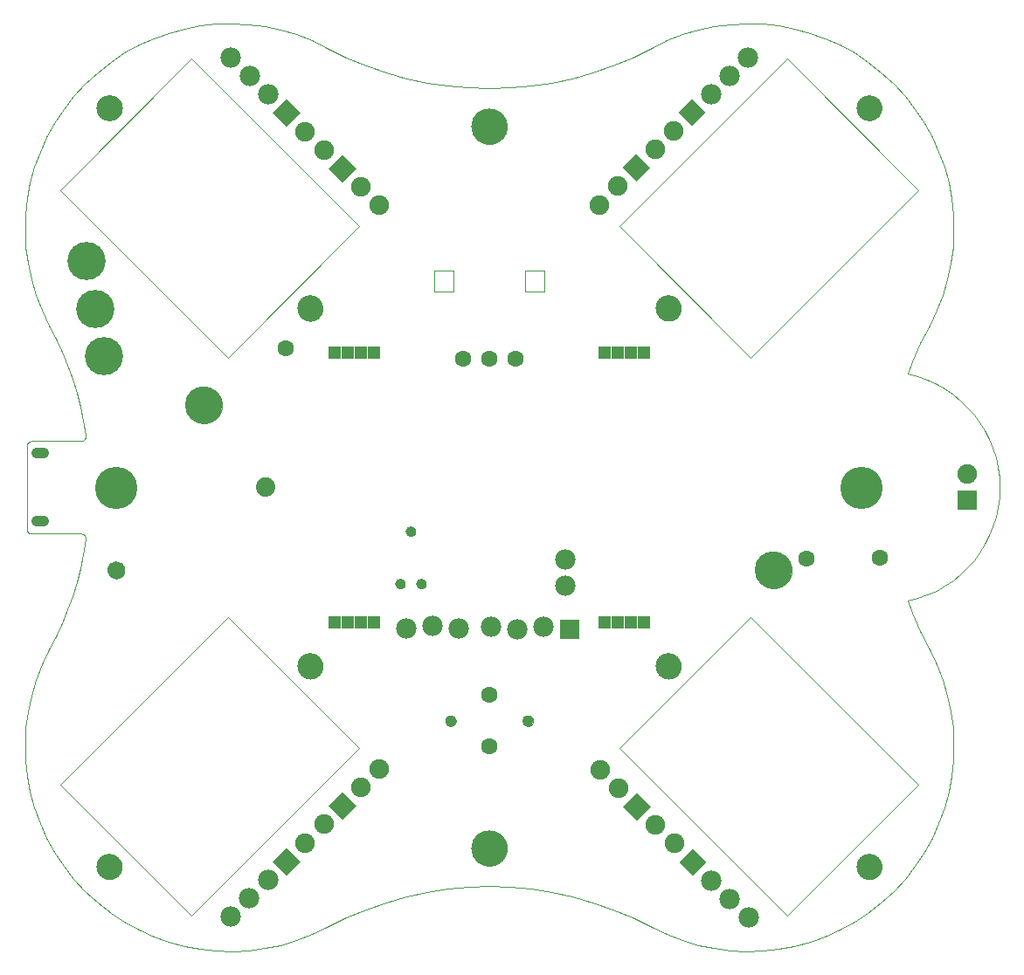
<source format=gbs>
G75*
%MOIN*%
%OFA0B0*%
%FSLAX25Y25*%
%IPPOS*%
%LPD*%
%AMOC8*
5,1,8,0,0,1.08239X$1,22.5*
%
%ADD10C,0.00000*%
%ADD11C,0.13786*%
%ADD12C,0.09849*%
%ADD13C,0.00394*%
%ADD14C,0.03900*%
%ADD15R,0.07800X0.07800*%
%ADD16C,0.07800*%
%ADD17C,0.14180*%
%ADD18C,0.16148*%
%ADD19C,0.06699*%
%ADD20C,0.14573*%
%ADD21C,0.00039*%
%ADD22C,0.03943*%
%ADD23R,0.04534X0.04534*%
%ADD24C,0.06306*%
%ADD25C,0.04337*%
%ADD26C,0.00197*%
%ADD27R,0.07487X0.07487*%
%ADD28C,0.07487*%
%ADD29C,0.07400*%
%ADD30R,0.07487X0.07487*%
D10*
X0088126Y0065370D02*
X0088128Y0065507D01*
X0088134Y0065645D01*
X0088144Y0065782D01*
X0088158Y0065918D01*
X0088176Y0066055D01*
X0088198Y0066190D01*
X0088224Y0066325D01*
X0088253Y0066459D01*
X0088287Y0066593D01*
X0088324Y0066725D01*
X0088366Y0066856D01*
X0088411Y0066986D01*
X0088460Y0067114D01*
X0088512Y0067241D01*
X0088569Y0067366D01*
X0088628Y0067490D01*
X0088692Y0067612D01*
X0088759Y0067732D01*
X0088829Y0067850D01*
X0088903Y0067966D01*
X0088980Y0068080D01*
X0089061Y0068191D01*
X0089144Y0068300D01*
X0089231Y0068407D01*
X0089321Y0068510D01*
X0089414Y0068612D01*
X0089510Y0068710D01*
X0089608Y0068806D01*
X0089710Y0068899D01*
X0089813Y0068989D01*
X0089920Y0069076D01*
X0090029Y0069159D01*
X0090140Y0069240D01*
X0090254Y0069317D01*
X0090370Y0069391D01*
X0090488Y0069461D01*
X0090608Y0069528D01*
X0090730Y0069592D01*
X0090854Y0069651D01*
X0090979Y0069708D01*
X0091106Y0069760D01*
X0091234Y0069809D01*
X0091364Y0069854D01*
X0091495Y0069896D01*
X0091627Y0069933D01*
X0091761Y0069967D01*
X0091895Y0069996D01*
X0092030Y0070022D01*
X0092165Y0070044D01*
X0092302Y0070062D01*
X0092438Y0070076D01*
X0092575Y0070086D01*
X0092713Y0070092D01*
X0092850Y0070094D01*
X0092987Y0070092D01*
X0093125Y0070086D01*
X0093262Y0070076D01*
X0093398Y0070062D01*
X0093535Y0070044D01*
X0093670Y0070022D01*
X0093805Y0069996D01*
X0093939Y0069967D01*
X0094073Y0069933D01*
X0094205Y0069896D01*
X0094336Y0069854D01*
X0094466Y0069809D01*
X0094594Y0069760D01*
X0094721Y0069708D01*
X0094846Y0069651D01*
X0094970Y0069592D01*
X0095092Y0069528D01*
X0095212Y0069461D01*
X0095330Y0069391D01*
X0095446Y0069317D01*
X0095560Y0069240D01*
X0095671Y0069159D01*
X0095780Y0069076D01*
X0095887Y0068989D01*
X0095990Y0068899D01*
X0096092Y0068806D01*
X0096190Y0068710D01*
X0096286Y0068612D01*
X0096379Y0068510D01*
X0096469Y0068407D01*
X0096556Y0068300D01*
X0096639Y0068191D01*
X0096720Y0068080D01*
X0096797Y0067966D01*
X0096871Y0067850D01*
X0096941Y0067732D01*
X0097008Y0067612D01*
X0097072Y0067490D01*
X0097131Y0067366D01*
X0097188Y0067241D01*
X0097240Y0067114D01*
X0097289Y0066986D01*
X0097334Y0066856D01*
X0097376Y0066725D01*
X0097413Y0066593D01*
X0097447Y0066459D01*
X0097476Y0066325D01*
X0097502Y0066190D01*
X0097524Y0066055D01*
X0097542Y0065918D01*
X0097556Y0065782D01*
X0097566Y0065645D01*
X0097572Y0065507D01*
X0097574Y0065370D01*
X0097572Y0065233D01*
X0097566Y0065095D01*
X0097556Y0064958D01*
X0097542Y0064822D01*
X0097524Y0064685D01*
X0097502Y0064550D01*
X0097476Y0064415D01*
X0097447Y0064281D01*
X0097413Y0064147D01*
X0097376Y0064015D01*
X0097334Y0063884D01*
X0097289Y0063754D01*
X0097240Y0063626D01*
X0097188Y0063499D01*
X0097131Y0063374D01*
X0097072Y0063250D01*
X0097008Y0063128D01*
X0096941Y0063008D01*
X0096871Y0062890D01*
X0096797Y0062774D01*
X0096720Y0062660D01*
X0096639Y0062549D01*
X0096556Y0062440D01*
X0096469Y0062333D01*
X0096379Y0062230D01*
X0096286Y0062128D01*
X0096190Y0062030D01*
X0096092Y0061934D01*
X0095990Y0061841D01*
X0095887Y0061751D01*
X0095780Y0061664D01*
X0095671Y0061581D01*
X0095560Y0061500D01*
X0095446Y0061423D01*
X0095330Y0061349D01*
X0095212Y0061279D01*
X0095092Y0061212D01*
X0094970Y0061148D01*
X0094846Y0061089D01*
X0094721Y0061032D01*
X0094594Y0060980D01*
X0094466Y0060931D01*
X0094336Y0060886D01*
X0094205Y0060844D01*
X0094073Y0060807D01*
X0093939Y0060773D01*
X0093805Y0060744D01*
X0093670Y0060718D01*
X0093535Y0060696D01*
X0093398Y0060678D01*
X0093262Y0060664D01*
X0093125Y0060654D01*
X0092987Y0060648D01*
X0092850Y0060646D01*
X0092713Y0060648D01*
X0092575Y0060654D01*
X0092438Y0060664D01*
X0092302Y0060678D01*
X0092165Y0060696D01*
X0092030Y0060718D01*
X0091895Y0060744D01*
X0091761Y0060773D01*
X0091627Y0060807D01*
X0091495Y0060844D01*
X0091364Y0060886D01*
X0091234Y0060931D01*
X0091106Y0060980D01*
X0090979Y0061032D01*
X0090854Y0061089D01*
X0090730Y0061148D01*
X0090608Y0061212D01*
X0090488Y0061279D01*
X0090370Y0061349D01*
X0090254Y0061423D01*
X0090140Y0061500D01*
X0090029Y0061581D01*
X0089920Y0061664D01*
X0089813Y0061751D01*
X0089710Y0061841D01*
X0089608Y0061934D01*
X0089510Y0062030D01*
X0089414Y0062128D01*
X0089321Y0062230D01*
X0089231Y0062333D01*
X0089144Y0062440D01*
X0089061Y0062549D01*
X0088980Y0062660D01*
X0088903Y0062774D01*
X0088829Y0062890D01*
X0088759Y0063008D01*
X0088692Y0063128D01*
X0088628Y0063250D01*
X0088569Y0063374D01*
X0088512Y0063499D01*
X0088460Y0063626D01*
X0088411Y0063754D01*
X0088366Y0063884D01*
X0088324Y0064015D01*
X0088287Y0064147D01*
X0088253Y0064281D01*
X0088224Y0064415D01*
X0088198Y0064550D01*
X0088176Y0064685D01*
X0088158Y0064822D01*
X0088144Y0064958D01*
X0088134Y0065095D01*
X0088128Y0065233D01*
X0088126Y0065370D01*
X0164741Y0141906D02*
X0164743Y0142043D01*
X0164749Y0142181D01*
X0164759Y0142318D01*
X0164773Y0142454D01*
X0164791Y0142591D01*
X0164813Y0142726D01*
X0164839Y0142861D01*
X0164868Y0142995D01*
X0164902Y0143129D01*
X0164939Y0143261D01*
X0164981Y0143392D01*
X0165026Y0143522D01*
X0165075Y0143650D01*
X0165127Y0143777D01*
X0165184Y0143902D01*
X0165243Y0144026D01*
X0165307Y0144148D01*
X0165374Y0144268D01*
X0165444Y0144386D01*
X0165518Y0144502D01*
X0165595Y0144616D01*
X0165676Y0144727D01*
X0165759Y0144836D01*
X0165846Y0144943D01*
X0165936Y0145046D01*
X0166029Y0145148D01*
X0166125Y0145246D01*
X0166223Y0145342D01*
X0166325Y0145435D01*
X0166428Y0145525D01*
X0166535Y0145612D01*
X0166644Y0145695D01*
X0166755Y0145776D01*
X0166869Y0145853D01*
X0166985Y0145927D01*
X0167103Y0145997D01*
X0167223Y0146064D01*
X0167345Y0146128D01*
X0167469Y0146187D01*
X0167594Y0146244D01*
X0167721Y0146296D01*
X0167849Y0146345D01*
X0167979Y0146390D01*
X0168110Y0146432D01*
X0168242Y0146469D01*
X0168376Y0146503D01*
X0168510Y0146532D01*
X0168645Y0146558D01*
X0168780Y0146580D01*
X0168917Y0146598D01*
X0169053Y0146612D01*
X0169190Y0146622D01*
X0169328Y0146628D01*
X0169465Y0146630D01*
X0169602Y0146628D01*
X0169740Y0146622D01*
X0169877Y0146612D01*
X0170013Y0146598D01*
X0170150Y0146580D01*
X0170285Y0146558D01*
X0170420Y0146532D01*
X0170554Y0146503D01*
X0170688Y0146469D01*
X0170820Y0146432D01*
X0170951Y0146390D01*
X0171081Y0146345D01*
X0171209Y0146296D01*
X0171336Y0146244D01*
X0171461Y0146187D01*
X0171585Y0146128D01*
X0171707Y0146064D01*
X0171827Y0145997D01*
X0171945Y0145927D01*
X0172061Y0145853D01*
X0172175Y0145776D01*
X0172286Y0145695D01*
X0172395Y0145612D01*
X0172502Y0145525D01*
X0172605Y0145435D01*
X0172707Y0145342D01*
X0172805Y0145246D01*
X0172901Y0145148D01*
X0172994Y0145046D01*
X0173084Y0144943D01*
X0173171Y0144836D01*
X0173254Y0144727D01*
X0173335Y0144616D01*
X0173412Y0144502D01*
X0173486Y0144386D01*
X0173556Y0144268D01*
X0173623Y0144148D01*
X0173687Y0144026D01*
X0173746Y0143902D01*
X0173803Y0143777D01*
X0173855Y0143650D01*
X0173904Y0143522D01*
X0173949Y0143392D01*
X0173991Y0143261D01*
X0174028Y0143129D01*
X0174062Y0142995D01*
X0174091Y0142861D01*
X0174117Y0142726D01*
X0174139Y0142591D01*
X0174157Y0142454D01*
X0174171Y0142318D01*
X0174181Y0142181D01*
X0174187Y0142043D01*
X0174189Y0141906D01*
X0174187Y0141769D01*
X0174181Y0141631D01*
X0174171Y0141494D01*
X0174157Y0141358D01*
X0174139Y0141221D01*
X0174117Y0141086D01*
X0174091Y0140951D01*
X0174062Y0140817D01*
X0174028Y0140683D01*
X0173991Y0140551D01*
X0173949Y0140420D01*
X0173904Y0140290D01*
X0173855Y0140162D01*
X0173803Y0140035D01*
X0173746Y0139910D01*
X0173687Y0139786D01*
X0173623Y0139664D01*
X0173556Y0139544D01*
X0173486Y0139426D01*
X0173412Y0139310D01*
X0173335Y0139196D01*
X0173254Y0139085D01*
X0173171Y0138976D01*
X0173084Y0138869D01*
X0172994Y0138766D01*
X0172901Y0138664D01*
X0172805Y0138566D01*
X0172707Y0138470D01*
X0172605Y0138377D01*
X0172502Y0138287D01*
X0172395Y0138200D01*
X0172286Y0138117D01*
X0172175Y0138036D01*
X0172061Y0137959D01*
X0171945Y0137885D01*
X0171827Y0137815D01*
X0171707Y0137748D01*
X0171585Y0137684D01*
X0171461Y0137625D01*
X0171336Y0137568D01*
X0171209Y0137516D01*
X0171081Y0137467D01*
X0170951Y0137422D01*
X0170820Y0137380D01*
X0170688Y0137343D01*
X0170554Y0137309D01*
X0170420Y0137280D01*
X0170285Y0137254D01*
X0170150Y0137232D01*
X0170013Y0137214D01*
X0169877Y0137200D01*
X0169740Y0137190D01*
X0169602Y0137184D01*
X0169465Y0137182D01*
X0169328Y0137184D01*
X0169190Y0137190D01*
X0169053Y0137200D01*
X0168917Y0137214D01*
X0168780Y0137232D01*
X0168645Y0137254D01*
X0168510Y0137280D01*
X0168376Y0137309D01*
X0168242Y0137343D01*
X0168110Y0137380D01*
X0167979Y0137422D01*
X0167849Y0137467D01*
X0167721Y0137516D01*
X0167594Y0137568D01*
X0167469Y0137625D01*
X0167345Y0137684D01*
X0167223Y0137748D01*
X0167103Y0137815D01*
X0166985Y0137885D01*
X0166869Y0137959D01*
X0166755Y0138036D01*
X0166644Y0138117D01*
X0166535Y0138200D01*
X0166428Y0138287D01*
X0166325Y0138377D01*
X0166223Y0138470D01*
X0166125Y0138566D01*
X0166029Y0138664D01*
X0165936Y0138766D01*
X0165846Y0138869D01*
X0165759Y0138976D01*
X0165676Y0139085D01*
X0165595Y0139196D01*
X0165518Y0139310D01*
X0165444Y0139426D01*
X0165374Y0139544D01*
X0165307Y0139664D01*
X0165243Y0139786D01*
X0165184Y0139910D01*
X0165127Y0140035D01*
X0165075Y0140162D01*
X0165026Y0140290D01*
X0164981Y0140420D01*
X0164939Y0140551D01*
X0164902Y0140683D01*
X0164868Y0140817D01*
X0164839Y0140951D01*
X0164813Y0141086D01*
X0164791Y0141221D01*
X0164773Y0141358D01*
X0164759Y0141494D01*
X0164749Y0141631D01*
X0164743Y0141769D01*
X0164741Y0141906D01*
X0202140Y0173471D02*
X0202142Y0173554D01*
X0202148Y0173637D01*
X0202158Y0173720D01*
X0202172Y0173802D01*
X0202189Y0173884D01*
X0202211Y0173964D01*
X0202236Y0174043D01*
X0202265Y0174121D01*
X0202298Y0174198D01*
X0202335Y0174273D01*
X0202374Y0174346D01*
X0202418Y0174417D01*
X0202464Y0174486D01*
X0202514Y0174553D01*
X0202567Y0174617D01*
X0202623Y0174679D01*
X0202682Y0174738D01*
X0202744Y0174794D01*
X0202808Y0174847D01*
X0202875Y0174897D01*
X0202944Y0174943D01*
X0203015Y0174987D01*
X0203088Y0175026D01*
X0203163Y0175063D01*
X0203240Y0175096D01*
X0203318Y0175125D01*
X0203397Y0175150D01*
X0203477Y0175172D01*
X0203559Y0175189D01*
X0203641Y0175203D01*
X0203724Y0175213D01*
X0203807Y0175219D01*
X0203890Y0175221D01*
X0203973Y0175219D01*
X0204056Y0175213D01*
X0204139Y0175203D01*
X0204221Y0175189D01*
X0204303Y0175172D01*
X0204383Y0175150D01*
X0204462Y0175125D01*
X0204540Y0175096D01*
X0204617Y0175063D01*
X0204692Y0175026D01*
X0204765Y0174987D01*
X0204836Y0174943D01*
X0204905Y0174897D01*
X0204972Y0174847D01*
X0205036Y0174794D01*
X0205098Y0174738D01*
X0205157Y0174679D01*
X0205213Y0174617D01*
X0205266Y0174553D01*
X0205316Y0174486D01*
X0205362Y0174417D01*
X0205406Y0174346D01*
X0205445Y0174273D01*
X0205482Y0174198D01*
X0205515Y0174121D01*
X0205544Y0174043D01*
X0205569Y0173964D01*
X0205591Y0173884D01*
X0205608Y0173802D01*
X0205622Y0173720D01*
X0205632Y0173637D01*
X0205638Y0173554D01*
X0205640Y0173471D01*
X0205638Y0173388D01*
X0205632Y0173305D01*
X0205622Y0173222D01*
X0205608Y0173140D01*
X0205591Y0173058D01*
X0205569Y0172978D01*
X0205544Y0172899D01*
X0205515Y0172821D01*
X0205482Y0172744D01*
X0205445Y0172669D01*
X0205406Y0172596D01*
X0205362Y0172525D01*
X0205316Y0172456D01*
X0205266Y0172389D01*
X0205213Y0172325D01*
X0205157Y0172263D01*
X0205098Y0172204D01*
X0205036Y0172148D01*
X0204972Y0172095D01*
X0204905Y0172045D01*
X0204836Y0171999D01*
X0204765Y0171955D01*
X0204692Y0171916D01*
X0204617Y0171879D01*
X0204540Y0171846D01*
X0204462Y0171817D01*
X0204383Y0171792D01*
X0204303Y0171770D01*
X0204221Y0171753D01*
X0204139Y0171739D01*
X0204056Y0171729D01*
X0203973Y0171723D01*
X0203890Y0171721D01*
X0203807Y0171723D01*
X0203724Y0171729D01*
X0203641Y0171739D01*
X0203559Y0171753D01*
X0203477Y0171770D01*
X0203397Y0171792D01*
X0203318Y0171817D01*
X0203240Y0171846D01*
X0203163Y0171879D01*
X0203088Y0171916D01*
X0203015Y0171955D01*
X0202944Y0171999D01*
X0202875Y0172045D01*
X0202808Y0172095D01*
X0202744Y0172148D01*
X0202682Y0172204D01*
X0202623Y0172263D01*
X0202567Y0172325D01*
X0202514Y0172389D01*
X0202464Y0172456D01*
X0202418Y0172525D01*
X0202374Y0172596D01*
X0202335Y0172669D01*
X0202298Y0172744D01*
X0202265Y0172821D01*
X0202236Y0172899D01*
X0202211Y0172978D01*
X0202189Y0173058D01*
X0202172Y0173140D01*
X0202158Y0173222D01*
X0202148Y0173305D01*
X0202142Y0173388D01*
X0202140Y0173471D01*
X0210140Y0173471D02*
X0210142Y0173554D01*
X0210148Y0173637D01*
X0210158Y0173720D01*
X0210172Y0173802D01*
X0210189Y0173884D01*
X0210211Y0173964D01*
X0210236Y0174043D01*
X0210265Y0174121D01*
X0210298Y0174198D01*
X0210335Y0174273D01*
X0210374Y0174346D01*
X0210418Y0174417D01*
X0210464Y0174486D01*
X0210514Y0174553D01*
X0210567Y0174617D01*
X0210623Y0174679D01*
X0210682Y0174738D01*
X0210744Y0174794D01*
X0210808Y0174847D01*
X0210875Y0174897D01*
X0210944Y0174943D01*
X0211015Y0174987D01*
X0211088Y0175026D01*
X0211163Y0175063D01*
X0211240Y0175096D01*
X0211318Y0175125D01*
X0211397Y0175150D01*
X0211477Y0175172D01*
X0211559Y0175189D01*
X0211641Y0175203D01*
X0211724Y0175213D01*
X0211807Y0175219D01*
X0211890Y0175221D01*
X0211973Y0175219D01*
X0212056Y0175213D01*
X0212139Y0175203D01*
X0212221Y0175189D01*
X0212303Y0175172D01*
X0212383Y0175150D01*
X0212462Y0175125D01*
X0212540Y0175096D01*
X0212617Y0175063D01*
X0212692Y0175026D01*
X0212765Y0174987D01*
X0212836Y0174943D01*
X0212905Y0174897D01*
X0212972Y0174847D01*
X0213036Y0174794D01*
X0213098Y0174738D01*
X0213157Y0174679D01*
X0213213Y0174617D01*
X0213266Y0174553D01*
X0213316Y0174486D01*
X0213362Y0174417D01*
X0213406Y0174346D01*
X0213445Y0174273D01*
X0213482Y0174198D01*
X0213515Y0174121D01*
X0213544Y0174043D01*
X0213569Y0173964D01*
X0213591Y0173884D01*
X0213608Y0173802D01*
X0213622Y0173720D01*
X0213632Y0173637D01*
X0213638Y0173554D01*
X0213640Y0173471D01*
X0213638Y0173388D01*
X0213632Y0173305D01*
X0213622Y0173222D01*
X0213608Y0173140D01*
X0213591Y0173058D01*
X0213569Y0172978D01*
X0213544Y0172899D01*
X0213515Y0172821D01*
X0213482Y0172744D01*
X0213445Y0172669D01*
X0213406Y0172596D01*
X0213362Y0172525D01*
X0213316Y0172456D01*
X0213266Y0172389D01*
X0213213Y0172325D01*
X0213157Y0172263D01*
X0213098Y0172204D01*
X0213036Y0172148D01*
X0212972Y0172095D01*
X0212905Y0172045D01*
X0212836Y0171999D01*
X0212765Y0171955D01*
X0212692Y0171916D01*
X0212617Y0171879D01*
X0212540Y0171846D01*
X0212462Y0171817D01*
X0212383Y0171792D01*
X0212303Y0171770D01*
X0212221Y0171753D01*
X0212139Y0171739D01*
X0212056Y0171729D01*
X0211973Y0171723D01*
X0211890Y0171721D01*
X0211807Y0171723D01*
X0211724Y0171729D01*
X0211641Y0171739D01*
X0211559Y0171753D01*
X0211477Y0171770D01*
X0211397Y0171792D01*
X0211318Y0171817D01*
X0211240Y0171846D01*
X0211163Y0171879D01*
X0211088Y0171916D01*
X0211015Y0171955D01*
X0210944Y0171999D01*
X0210875Y0172045D01*
X0210808Y0172095D01*
X0210744Y0172148D01*
X0210682Y0172204D01*
X0210623Y0172263D01*
X0210567Y0172325D01*
X0210514Y0172389D01*
X0210464Y0172456D01*
X0210418Y0172525D01*
X0210374Y0172596D01*
X0210335Y0172669D01*
X0210298Y0172744D01*
X0210265Y0172821D01*
X0210236Y0172899D01*
X0210211Y0172978D01*
X0210189Y0173058D01*
X0210172Y0173140D01*
X0210158Y0173222D01*
X0210148Y0173305D01*
X0210142Y0173388D01*
X0210140Y0173471D01*
X0206140Y0193471D02*
X0206142Y0193554D01*
X0206148Y0193637D01*
X0206158Y0193720D01*
X0206172Y0193802D01*
X0206189Y0193884D01*
X0206211Y0193964D01*
X0206236Y0194043D01*
X0206265Y0194121D01*
X0206298Y0194198D01*
X0206335Y0194273D01*
X0206374Y0194346D01*
X0206418Y0194417D01*
X0206464Y0194486D01*
X0206514Y0194553D01*
X0206567Y0194617D01*
X0206623Y0194679D01*
X0206682Y0194738D01*
X0206744Y0194794D01*
X0206808Y0194847D01*
X0206875Y0194897D01*
X0206944Y0194943D01*
X0207015Y0194987D01*
X0207088Y0195026D01*
X0207163Y0195063D01*
X0207240Y0195096D01*
X0207318Y0195125D01*
X0207397Y0195150D01*
X0207477Y0195172D01*
X0207559Y0195189D01*
X0207641Y0195203D01*
X0207724Y0195213D01*
X0207807Y0195219D01*
X0207890Y0195221D01*
X0207973Y0195219D01*
X0208056Y0195213D01*
X0208139Y0195203D01*
X0208221Y0195189D01*
X0208303Y0195172D01*
X0208383Y0195150D01*
X0208462Y0195125D01*
X0208540Y0195096D01*
X0208617Y0195063D01*
X0208692Y0195026D01*
X0208765Y0194987D01*
X0208836Y0194943D01*
X0208905Y0194897D01*
X0208972Y0194847D01*
X0209036Y0194794D01*
X0209098Y0194738D01*
X0209157Y0194679D01*
X0209213Y0194617D01*
X0209266Y0194553D01*
X0209316Y0194486D01*
X0209362Y0194417D01*
X0209406Y0194346D01*
X0209445Y0194273D01*
X0209482Y0194198D01*
X0209515Y0194121D01*
X0209544Y0194043D01*
X0209569Y0193964D01*
X0209591Y0193884D01*
X0209608Y0193802D01*
X0209622Y0193720D01*
X0209632Y0193637D01*
X0209638Y0193554D01*
X0209640Y0193471D01*
X0209638Y0193388D01*
X0209632Y0193305D01*
X0209622Y0193222D01*
X0209608Y0193140D01*
X0209591Y0193058D01*
X0209569Y0192978D01*
X0209544Y0192899D01*
X0209515Y0192821D01*
X0209482Y0192744D01*
X0209445Y0192669D01*
X0209406Y0192596D01*
X0209362Y0192525D01*
X0209316Y0192456D01*
X0209266Y0192389D01*
X0209213Y0192325D01*
X0209157Y0192263D01*
X0209098Y0192204D01*
X0209036Y0192148D01*
X0208972Y0192095D01*
X0208905Y0192045D01*
X0208836Y0191999D01*
X0208765Y0191955D01*
X0208692Y0191916D01*
X0208617Y0191879D01*
X0208540Y0191846D01*
X0208462Y0191817D01*
X0208383Y0191792D01*
X0208303Y0191770D01*
X0208221Y0191753D01*
X0208139Y0191739D01*
X0208056Y0191729D01*
X0207973Y0191723D01*
X0207890Y0191721D01*
X0207807Y0191723D01*
X0207724Y0191729D01*
X0207641Y0191739D01*
X0207559Y0191753D01*
X0207477Y0191770D01*
X0207397Y0191792D01*
X0207318Y0191817D01*
X0207240Y0191846D01*
X0207163Y0191879D01*
X0207088Y0191916D01*
X0207015Y0191955D01*
X0206944Y0191999D01*
X0206875Y0192045D01*
X0206808Y0192095D01*
X0206744Y0192148D01*
X0206682Y0192204D01*
X0206623Y0192263D01*
X0206567Y0192325D01*
X0206514Y0192389D01*
X0206464Y0192456D01*
X0206418Y0192525D01*
X0206374Y0192596D01*
X0206335Y0192669D01*
X0206298Y0192744D01*
X0206265Y0192821D01*
X0206236Y0192899D01*
X0206211Y0192978D01*
X0206189Y0193058D01*
X0206172Y0193140D01*
X0206158Y0193222D01*
X0206148Y0193305D01*
X0206142Y0193388D01*
X0206140Y0193471D01*
X0122063Y0241630D02*
X0122065Y0241799D01*
X0122071Y0241968D01*
X0122082Y0242137D01*
X0122096Y0242305D01*
X0122115Y0242473D01*
X0122138Y0242641D01*
X0122164Y0242808D01*
X0122195Y0242974D01*
X0122230Y0243140D01*
X0122269Y0243304D01*
X0122313Y0243468D01*
X0122360Y0243630D01*
X0122411Y0243791D01*
X0122466Y0243951D01*
X0122525Y0244110D01*
X0122587Y0244267D01*
X0122654Y0244422D01*
X0122725Y0244576D01*
X0122799Y0244728D01*
X0122877Y0244878D01*
X0122958Y0245026D01*
X0123043Y0245172D01*
X0123132Y0245316D01*
X0123224Y0245458D01*
X0123320Y0245597D01*
X0123419Y0245734D01*
X0123521Y0245869D01*
X0123627Y0246001D01*
X0123736Y0246130D01*
X0123848Y0246257D01*
X0123963Y0246381D01*
X0124081Y0246502D01*
X0124202Y0246620D01*
X0124326Y0246735D01*
X0124453Y0246847D01*
X0124582Y0246956D01*
X0124714Y0247062D01*
X0124849Y0247164D01*
X0124986Y0247263D01*
X0125125Y0247359D01*
X0125267Y0247451D01*
X0125411Y0247540D01*
X0125557Y0247625D01*
X0125705Y0247706D01*
X0125855Y0247784D01*
X0126007Y0247858D01*
X0126161Y0247929D01*
X0126316Y0247996D01*
X0126473Y0248058D01*
X0126632Y0248117D01*
X0126792Y0248172D01*
X0126953Y0248223D01*
X0127115Y0248270D01*
X0127279Y0248314D01*
X0127443Y0248353D01*
X0127609Y0248388D01*
X0127775Y0248419D01*
X0127942Y0248445D01*
X0128110Y0248468D01*
X0128278Y0248487D01*
X0128446Y0248501D01*
X0128615Y0248512D01*
X0128784Y0248518D01*
X0128953Y0248520D01*
X0129122Y0248518D01*
X0129291Y0248512D01*
X0129460Y0248501D01*
X0129628Y0248487D01*
X0129796Y0248468D01*
X0129964Y0248445D01*
X0130131Y0248419D01*
X0130297Y0248388D01*
X0130463Y0248353D01*
X0130627Y0248314D01*
X0130791Y0248270D01*
X0130953Y0248223D01*
X0131114Y0248172D01*
X0131274Y0248117D01*
X0131433Y0248058D01*
X0131590Y0247996D01*
X0131745Y0247929D01*
X0131899Y0247858D01*
X0132051Y0247784D01*
X0132201Y0247706D01*
X0132349Y0247625D01*
X0132495Y0247540D01*
X0132639Y0247451D01*
X0132781Y0247359D01*
X0132920Y0247263D01*
X0133057Y0247164D01*
X0133192Y0247062D01*
X0133324Y0246956D01*
X0133453Y0246847D01*
X0133580Y0246735D01*
X0133704Y0246620D01*
X0133825Y0246502D01*
X0133943Y0246381D01*
X0134058Y0246257D01*
X0134170Y0246130D01*
X0134279Y0246001D01*
X0134385Y0245869D01*
X0134487Y0245734D01*
X0134586Y0245597D01*
X0134682Y0245458D01*
X0134774Y0245316D01*
X0134863Y0245172D01*
X0134948Y0245026D01*
X0135029Y0244878D01*
X0135107Y0244728D01*
X0135181Y0244576D01*
X0135252Y0244422D01*
X0135319Y0244267D01*
X0135381Y0244110D01*
X0135440Y0243951D01*
X0135495Y0243791D01*
X0135546Y0243630D01*
X0135593Y0243468D01*
X0135637Y0243304D01*
X0135676Y0243140D01*
X0135711Y0242974D01*
X0135742Y0242808D01*
X0135768Y0242641D01*
X0135791Y0242473D01*
X0135810Y0242305D01*
X0135824Y0242137D01*
X0135835Y0241968D01*
X0135841Y0241799D01*
X0135843Y0241630D01*
X0135841Y0241461D01*
X0135835Y0241292D01*
X0135824Y0241123D01*
X0135810Y0240955D01*
X0135791Y0240787D01*
X0135768Y0240619D01*
X0135742Y0240452D01*
X0135711Y0240286D01*
X0135676Y0240120D01*
X0135637Y0239956D01*
X0135593Y0239792D01*
X0135546Y0239630D01*
X0135495Y0239469D01*
X0135440Y0239309D01*
X0135381Y0239150D01*
X0135319Y0238993D01*
X0135252Y0238838D01*
X0135181Y0238684D01*
X0135107Y0238532D01*
X0135029Y0238382D01*
X0134948Y0238234D01*
X0134863Y0238088D01*
X0134774Y0237944D01*
X0134682Y0237802D01*
X0134586Y0237663D01*
X0134487Y0237526D01*
X0134385Y0237391D01*
X0134279Y0237259D01*
X0134170Y0237130D01*
X0134058Y0237003D01*
X0133943Y0236879D01*
X0133825Y0236758D01*
X0133704Y0236640D01*
X0133580Y0236525D01*
X0133453Y0236413D01*
X0133324Y0236304D01*
X0133192Y0236198D01*
X0133057Y0236096D01*
X0132920Y0235997D01*
X0132781Y0235901D01*
X0132639Y0235809D01*
X0132495Y0235720D01*
X0132349Y0235635D01*
X0132201Y0235554D01*
X0132051Y0235476D01*
X0131899Y0235402D01*
X0131745Y0235331D01*
X0131590Y0235264D01*
X0131433Y0235202D01*
X0131274Y0235143D01*
X0131114Y0235088D01*
X0130953Y0235037D01*
X0130791Y0234990D01*
X0130627Y0234946D01*
X0130463Y0234907D01*
X0130297Y0234872D01*
X0130131Y0234841D01*
X0129964Y0234815D01*
X0129796Y0234792D01*
X0129628Y0234773D01*
X0129460Y0234759D01*
X0129291Y0234748D01*
X0129122Y0234742D01*
X0128953Y0234740D01*
X0128784Y0234742D01*
X0128615Y0234748D01*
X0128446Y0234759D01*
X0128278Y0234773D01*
X0128110Y0234792D01*
X0127942Y0234815D01*
X0127775Y0234841D01*
X0127609Y0234872D01*
X0127443Y0234907D01*
X0127279Y0234946D01*
X0127115Y0234990D01*
X0126953Y0235037D01*
X0126792Y0235088D01*
X0126632Y0235143D01*
X0126473Y0235202D01*
X0126316Y0235264D01*
X0126161Y0235331D01*
X0126007Y0235402D01*
X0125855Y0235476D01*
X0125705Y0235554D01*
X0125557Y0235635D01*
X0125411Y0235720D01*
X0125267Y0235809D01*
X0125125Y0235901D01*
X0124986Y0235997D01*
X0124849Y0236096D01*
X0124714Y0236198D01*
X0124582Y0236304D01*
X0124453Y0236413D01*
X0124326Y0236525D01*
X0124202Y0236640D01*
X0124081Y0236758D01*
X0123963Y0236879D01*
X0123848Y0237003D01*
X0123736Y0237130D01*
X0123627Y0237259D01*
X0123521Y0237391D01*
X0123419Y0237526D01*
X0123320Y0237663D01*
X0123224Y0237802D01*
X0123132Y0237944D01*
X0123043Y0238088D01*
X0122958Y0238234D01*
X0122877Y0238382D01*
X0122799Y0238532D01*
X0122725Y0238684D01*
X0122654Y0238838D01*
X0122587Y0238993D01*
X0122525Y0239150D01*
X0122466Y0239309D01*
X0122411Y0239469D01*
X0122360Y0239630D01*
X0122313Y0239792D01*
X0122269Y0239956D01*
X0122230Y0240120D01*
X0122195Y0240286D01*
X0122164Y0240452D01*
X0122138Y0240619D01*
X0122115Y0240787D01*
X0122096Y0240955D01*
X0122082Y0241123D01*
X0122071Y0241292D01*
X0122065Y0241461D01*
X0122063Y0241630D01*
X0164701Y0278559D02*
X0164703Y0278696D01*
X0164709Y0278834D01*
X0164719Y0278971D01*
X0164733Y0279107D01*
X0164751Y0279244D01*
X0164773Y0279379D01*
X0164799Y0279514D01*
X0164828Y0279648D01*
X0164862Y0279782D01*
X0164899Y0279914D01*
X0164941Y0280045D01*
X0164986Y0280175D01*
X0165035Y0280303D01*
X0165087Y0280430D01*
X0165144Y0280555D01*
X0165203Y0280679D01*
X0165267Y0280801D01*
X0165334Y0280921D01*
X0165404Y0281039D01*
X0165478Y0281155D01*
X0165555Y0281269D01*
X0165636Y0281380D01*
X0165719Y0281489D01*
X0165806Y0281596D01*
X0165896Y0281699D01*
X0165989Y0281801D01*
X0166085Y0281899D01*
X0166183Y0281995D01*
X0166285Y0282088D01*
X0166388Y0282178D01*
X0166495Y0282265D01*
X0166604Y0282348D01*
X0166715Y0282429D01*
X0166829Y0282506D01*
X0166945Y0282580D01*
X0167063Y0282650D01*
X0167183Y0282717D01*
X0167305Y0282781D01*
X0167429Y0282840D01*
X0167554Y0282897D01*
X0167681Y0282949D01*
X0167809Y0282998D01*
X0167939Y0283043D01*
X0168070Y0283085D01*
X0168202Y0283122D01*
X0168336Y0283156D01*
X0168470Y0283185D01*
X0168605Y0283211D01*
X0168740Y0283233D01*
X0168877Y0283251D01*
X0169013Y0283265D01*
X0169150Y0283275D01*
X0169288Y0283281D01*
X0169425Y0283283D01*
X0169562Y0283281D01*
X0169700Y0283275D01*
X0169837Y0283265D01*
X0169973Y0283251D01*
X0170110Y0283233D01*
X0170245Y0283211D01*
X0170380Y0283185D01*
X0170514Y0283156D01*
X0170648Y0283122D01*
X0170780Y0283085D01*
X0170911Y0283043D01*
X0171041Y0282998D01*
X0171169Y0282949D01*
X0171296Y0282897D01*
X0171421Y0282840D01*
X0171545Y0282781D01*
X0171667Y0282717D01*
X0171787Y0282650D01*
X0171905Y0282580D01*
X0172021Y0282506D01*
X0172135Y0282429D01*
X0172246Y0282348D01*
X0172355Y0282265D01*
X0172462Y0282178D01*
X0172565Y0282088D01*
X0172667Y0281995D01*
X0172765Y0281899D01*
X0172861Y0281801D01*
X0172954Y0281699D01*
X0173044Y0281596D01*
X0173131Y0281489D01*
X0173214Y0281380D01*
X0173295Y0281269D01*
X0173372Y0281155D01*
X0173446Y0281039D01*
X0173516Y0280921D01*
X0173583Y0280801D01*
X0173647Y0280679D01*
X0173706Y0280555D01*
X0173763Y0280430D01*
X0173815Y0280303D01*
X0173864Y0280175D01*
X0173909Y0280045D01*
X0173951Y0279914D01*
X0173988Y0279782D01*
X0174022Y0279648D01*
X0174051Y0279514D01*
X0174077Y0279379D01*
X0174099Y0279244D01*
X0174117Y0279107D01*
X0174131Y0278971D01*
X0174141Y0278834D01*
X0174147Y0278696D01*
X0174149Y0278559D01*
X0174147Y0278422D01*
X0174141Y0278284D01*
X0174131Y0278147D01*
X0174117Y0278011D01*
X0174099Y0277874D01*
X0174077Y0277739D01*
X0174051Y0277604D01*
X0174022Y0277470D01*
X0173988Y0277336D01*
X0173951Y0277204D01*
X0173909Y0277073D01*
X0173864Y0276943D01*
X0173815Y0276815D01*
X0173763Y0276688D01*
X0173706Y0276563D01*
X0173647Y0276439D01*
X0173583Y0276317D01*
X0173516Y0276197D01*
X0173446Y0276079D01*
X0173372Y0275963D01*
X0173295Y0275849D01*
X0173214Y0275738D01*
X0173131Y0275629D01*
X0173044Y0275522D01*
X0172954Y0275419D01*
X0172861Y0275317D01*
X0172765Y0275219D01*
X0172667Y0275123D01*
X0172565Y0275030D01*
X0172462Y0274940D01*
X0172355Y0274853D01*
X0172246Y0274770D01*
X0172135Y0274689D01*
X0172021Y0274612D01*
X0171905Y0274538D01*
X0171787Y0274468D01*
X0171667Y0274401D01*
X0171545Y0274337D01*
X0171421Y0274278D01*
X0171296Y0274221D01*
X0171169Y0274169D01*
X0171041Y0274120D01*
X0170911Y0274075D01*
X0170780Y0274033D01*
X0170648Y0273996D01*
X0170514Y0273962D01*
X0170380Y0273933D01*
X0170245Y0273907D01*
X0170110Y0273885D01*
X0169973Y0273867D01*
X0169837Y0273853D01*
X0169700Y0273843D01*
X0169562Y0273837D01*
X0169425Y0273835D01*
X0169288Y0273837D01*
X0169150Y0273843D01*
X0169013Y0273853D01*
X0168877Y0273867D01*
X0168740Y0273885D01*
X0168605Y0273907D01*
X0168470Y0273933D01*
X0168336Y0273962D01*
X0168202Y0273996D01*
X0168070Y0274033D01*
X0167939Y0274075D01*
X0167809Y0274120D01*
X0167681Y0274169D01*
X0167554Y0274221D01*
X0167429Y0274278D01*
X0167305Y0274337D01*
X0167183Y0274401D01*
X0167063Y0274468D01*
X0166945Y0274538D01*
X0166829Y0274612D01*
X0166715Y0274689D01*
X0166604Y0274770D01*
X0166495Y0274853D01*
X0166388Y0274940D01*
X0166285Y0275030D01*
X0166183Y0275123D01*
X0166085Y0275219D01*
X0165989Y0275317D01*
X0165896Y0275419D01*
X0165806Y0275522D01*
X0165719Y0275629D01*
X0165636Y0275738D01*
X0165555Y0275849D01*
X0165478Y0275963D01*
X0165404Y0276079D01*
X0165334Y0276197D01*
X0165267Y0276317D01*
X0165203Y0276439D01*
X0165144Y0276563D01*
X0165087Y0276688D01*
X0165035Y0276815D01*
X0164986Y0276943D01*
X0164941Y0277073D01*
X0164899Y0277204D01*
X0164862Y0277336D01*
X0164828Y0277470D01*
X0164799Y0277604D01*
X0164773Y0277739D01*
X0164751Y0277874D01*
X0164733Y0278011D01*
X0164719Y0278147D01*
X0164709Y0278284D01*
X0164703Y0278422D01*
X0164701Y0278559D01*
X0231118Y0348047D02*
X0231120Y0348211D01*
X0231126Y0348375D01*
X0231136Y0348539D01*
X0231150Y0348703D01*
X0231168Y0348866D01*
X0231190Y0349029D01*
X0231217Y0349191D01*
X0231247Y0349353D01*
X0231281Y0349513D01*
X0231319Y0349673D01*
X0231360Y0349832D01*
X0231406Y0349990D01*
X0231456Y0350146D01*
X0231509Y0350302D01*
X0231566Y0350456D01*
X0231627Y0350608D01*
X0231692Y0350759D01*
X0231761Y0350909D01*
X0231833Y0351056D01*
X0231908Y0351202D01*
X0231988Y0351346D01*
X0232070Y0351488D01*
X0232156Y0351628D01*
X0232246Y0351765D01*
X0232339Y0351901D01*
X0232435Y0352034D01*
X0232535Y0352165D01*
X0232637Y0352293D01*
X0232743Y0352419D01*
X0232852Y0352542D01*
X0232964Y0352662D01*
X0233078Y0352780D01*
X0233196Y0352894D01*
X0233316Y0353006D01*
X0233439Y0353115D01*
X0233565Y0353221D01*
X0233693Y0353323D01*
X0233824Y0353423D01*
X0233957Y0353519D01*
X0234093Y0353612D01*
X0234230Y0353702D01*
X0234370Y0353788D01*
X0234512Y0353870D01*
X0234656Y0353950D01*
X0234802Y0354025D01*
X0234949Y0354097D01*
X0235099Y0354166D01*
X0235250Y0354231D01*
X0235402Y0354292D01*
X0235556Y0354349D01*
X0235712Y0354402D01*
X0235868Y0354452D01*
X0236026Y0354498D01*
X0236185Y0354539D01*
X0236345Y0354577D01*
X0236505Y0354611D01*
X0236667Y0354641D01*
X0236829Y0354668D01*
X0236992Y0354690D01*
X0237155Y0354708D01*
X0237319Y0354722D01*
X0237483Y0354732D01*
X0237647Y0354738D01*
X0237811Y0354740D01*
X0237975Y0354738D01*
X0238139Y0354732D01*
X0238303Y0354722D01*
X0238467Y0354708D01*
X0238630Y0354690D01*
X0238793Y0354668D01*
X0238955Y0354641D01*
X0239117Y0354611D01*
X0239277Y0354577D01*
X0239437Y0354539D01*
X0239596Y0354498D01*
X0239754Y0354452D01*
X0239910Y0354402D01*
X0240066Y0354349D01*
X0240220Y0354292D01*
X0240372Y0354231D01*
X0240523Y0354166D01*
X0240673Y0354097D01*
X0240820Y0354025D01*
X0240966Y0353950D01*
X0241110Y0353870D01*
X0241252Y0353788D01*
X0241392Y0353702D01*
X0241529Y0353612D01*
X0241665Y0353519D01*
X0241798Y0353423D01*
X0241929Y0353323D01*
X0242057Y0353221D01*
X0242183Y0353115D01*
X0242306Y0353006D01*
X0242426Y0352894D01*
X0242544Y0352780D01*
X0242658Y0352662D01*
X0242770Y0352542D01*
X0242879Y0352419D01*
X0242985Y0352293D01*
X0243087Y0352165D01*
X0243187Y0352034D01*
X0243283Y0351901D01*
X0243376Y0351765D01*
X0243466Y0351628D01*
X0243552Y0351488D01*
X0243634Y0351346D01*
X0243714Y0351202D01*
X0243789Y0351056D01*
X0243861Y0350909D01*
X0243930Y0350759D01*
X0243995Y0350608D01*
X0244056Y0350456D01*
X0244113Y0350302D01*
X0244166Y0350146D01*
X0244216Y0349990D01*
X0244262Y0349832D01*
X0244303Y0349673D01*
X0244341Y0349513D01*
X0244375Y0349353D01*
X0244405Y0349191D01*
X0244432Y0349029D01*
X0244454Y0348866D01*
X0244472Y0348703D01*
X0244486Y0348539D01*
X0244496Y0348375D01*
X0244502Y0348211D01*
X0244504Y0348047D01*
X0244502Y0347883D01*
X0244496Y0347719D01*
X0244486Y0347555D01*
X0244472Y0347391D01*
X0244454Y0347228D01*
X0244432Y0347065D01*
X0244405Y0346903D01*
X0244375Y0346741D01*
X0244341Y0346581D01*
X0244303Y0346421D01*
X0244262Y0346262D01*
X0244216Y0346104D01*
X0244166Y0345948D01*
X0244113Y0345792D01*
X0244056Y0345638D01*
X0243995Y0345486D01*
X0243930Y0345335D01*
X0243861Y0345185D01*
X0243789Y0345038D01*
X0243714Y0344892D01*
X0243634Y0344748D01*
X0243552Y0344606D01*
X0243466Y0344466D01*
X0243376Y0344329D01*
X0243283Y0344193D01*
X0243187Y0344060D01*
X0243087Y0343929D01*
X0242985Y0343801D01*
X0242879Y0343675D01*
X0242770Y0343552D01*
X0242658Y0343432D01*
X0242544Y0343314D01*
X0242426Y0343200D01*
X0242306Y0343088D01*
X0242183Y0342979D01*
X0242057Y0342873D01*
X0241929Y0342771D01*
X0241798Y0342671D01*
X0241665Y0342575D01*
X0241529Y0342482D01*
X0241392Y0342392D01*
X0241252Y0342306D01*
X0241110Y0342224D01*
X0240966Y0342144D01*
X0240820Y0342069D01*
X0240673Y0341997D01*
X0240523Y0341928D01*
X0240372Y0341863D01*
X0240220Y0341802D01*
X0240066Y0341745D01*
X0239910Y0341692D01*
X0239754Y0341642D01*
X0239596Y0341596D01*
X0239437Y0341555D01*
X0239277Y0341517D01*
X0239117Y0341483D01*
X0238955Y0341453D01*
X0238793Y0341426D01*
X0238630Y0341404D01*
X0238467Y0341386D01*
X0238303Y0341372D01*
X0238139Y0341362D01*
X0237975Y0341356D01*
X0237811Y0341354D01*
X0237647Y0341356D01*
X0237483Y0341362D01*
X0237319Y0341372D01*
X0237155Y0341386D01*
X0236992Y0341404D01*
X0236829Y0341426D01*
X0236667Y0341453D01*
X0236505Y0341483D01*
X0236345Y0341517D01*
X0236185Y0341555D01*
X0236026Y0341596D01*
X0235868Y0341642D01*
X0235712Y0341692D01*
X0235556Y0341745D01*
X0235402Y0341802D01*
X0235250Y0341863D01*
X0235099Y0341928D01*
X0234949Y0341997D01*
X0234802Y0342069D01*
X0234656Y0342144D01*
X0234512Y0342224D01*
X0234370Y0342306D01*
X0234230Y0342392D01*
X0234093Y0342482D01*
X0233957Y0342575D01*
X0233824Y0342671D01*
X0233693Y0342771D01*
X0233565Y0342873D01*
X0233439Y0342979D01*
X0233316Y0343088D01*
X0233196Y0343200D01*
X0233078Y0343314D01*
X0232964Y0343432D01*
X0232852Y0343552D01*
X0232743Y0343675D01*
X0232637Y0343801D01*
X0232535Y0343929D01*
X0232435Y0344060D01*
X0232339Y0344193D01*
X0232246Y0344329D01*
X0232156Y0344466D01*
X0232070Y0344606D01*
X0231988Y0344748D01*
X0231908Y0344892D01*
X0231833Y0345038D01*
X0231761Y0345185D01*
X0231692Y0345335D01*
X0231627Y0345486D01*
X0231566Y0345638D01*
X0231509Y0345792D01*
X0231456Y0345948D01*
X0231406Y0346104D01*
X0231360Y0346262D01*
X0231319Y0346421D01*
X0231281Y0346581D01*
X0231247Y0346741D01*
X0231217Y0346903D01*
X0231190Y0347065D01*
X0231168Y0347228D01*
X0231150Y0347391D01*
X0231136Y0347555D01*
X0231126Y0347719D01*
X0231120Y0347883D01*
X0231118Y0348047D01*
X0301433Y0278598D02*
X0301435Y0278735D01*
X0301441Y0278873D01*
X0301451Y0279010D01*
X0301465Y0279146D01*
X0301483Y0279283D01*
X0301505Y0279418D01*
X0301531Y0279553D01*
X0301560Y0279687D01*
X0301594Y0279821D01*
X0301631Y0279953D01*
X0301673Y0280084D01*
X0301718Y0280214D01*
X0301767Y0280342D01*
X0301819Y0280469D01*
X0301876Y0280594D01*
X0301935Y0280718D01*
X0301999Y0280840D01*
X0302066Y0280960D01*
X0302136Y0281078D01*
X0302210Y0281194D01*
X0302287Y0281308D01*
X0302368Y0281419D01*
X0302451Y0281528D01*
X0302538Y0281635D01*
X0302628Y0281738D01*
X0302721Y0281840D01*
X0302817Y0281938D01*
X0302915Y0282034D01*
X0303017Y0282127D01*
X0303120Y0282217D01*
X0303227Y0282304D01*
X0303336Y0282387D01*
X0303447Y0282468D01*
X0303561Y0282545D01*
X0303677Y0282619D01*
X0303795Y0282689D01*
X0303915Y0282756D01*
X0304037Y0282820D01*
X0304161Y0282879D01*
X0304286Y0282936D01*
X0304413Y0282988D01*
X0304541Y0283037D01*
X0304671Y0283082D01*
X0304802Y0283124D01*
X0304934Y0283161D01*
X0305068Y0283195D01*
X0305202Y0283224D01*
X0305337Y0283250D01*
X0305472Y0283272D01*
X0305609Y0283290D01*
X0305745Y0283304D01*
X0305882Y0283314D01*
X0306020Y0283320D01*
X0306157Y0283322D01*
X0306294Y0283320D01*
X0306432Y0283314D01*
X0306569Y0283304D01*
X0306705Y0283290D01*
X0306842Y0283272D01*
X0306977Y0283250D01*
X0307112Y0283224D01*
X0307246Y0283195D01*
X0307380Y0283161D01*
X0307512Y0283124D01*
X0307643Y0283082D01*
X0307773Y0283037D01*
X0307901Y0282988D01*
X0308028Y0282936D01*
X0308153Y0282879D01*
X0308277Y0282820D01*
X0308399Y0282756D01*
X0308519Y0282689D01*
X0308637Y0282619D01*
X0308753Y0282545D01*
X0308867Y0282468D01*
X0308978Y0282387D01*
X0309087Y0282304D01*
X0309194Y0282217D01*
X0309297Y0282127D01*
X0309399Y0282034D01*
X0309497Y0281938D01*
X0309593Y0281840D01*
X0309686Y0281738D01*
X0309776Y0281635D01*
X0309863Y0281528D01*
X0309946Y0281419D01*
X0310027Y0281308D01*
X0310104Y0281194D01*
X0310178Y0281078D01*
X0310248Y0280960D01*
X0310315Y0280840D01*
X0310379Y0280718D01*
X0310438Y0280594D01*
X0310495Y0280469D01*
X0310547Y0280342D01*
X0310596Y0280214D01*
X0310641Y0280084D01*
X0310683Y0279953D01*
X0310720Y0279821D01*
X0310754Y0279687D01*
X0310783Y0279553D01*
X0310809Y0279418D01*
X0310831Y0279283D01*
X0310849Y0279146D01*
X0310863Y0279010D01*
X0310873Y0278873D01*
X0310879Y0278735D01*
X0310881Y0278598D01*
X0310879Y0278461D01*
X0310873Y0278323D01*
X0310863Y0278186D01*
X0310849Y0278050D01*
X0310831Y0277913D01*
X0310809Y0277778D01*
X0310783Y0277643D01*
X0310754Y0277509D01*
X0310720Y0277375D01*
X0310683Y0277243D01*
X0310641Y0277112D01*
X0310596Y0276982D01*
X0310547Y0276854D01*
X0310495Y0276727D01*
X0310438Y0276602D01*
X0310379Y0276478D01*
X0310315Y0276356D01*
X0310248Y0276236D01*
X0310178Y0276118D01*
X0310104Y0276002D01*
X0310027Y0275888D01*
X0309946Y0275777D01*
X0309863Y0275668D01*
X0309776Y0275561D01*
X0309686Y0275458D01*
X0309593Y0275356D01*
X0309497Y0275258D01*
X0309399Y0275162D01*
X0309297Y0275069D01*
X0309194Y0274979D01*
X0309087Y0274892D01*
X0308978Y0274809D01*
X0308867Y0274728D01*
X0308753Y0274651D01*
X0308637Y0274577D01*
X0308519Y0274507D01*
X0308399Y0274440D01*
X0308277Y0274376D01*
X0308153Y0274317D01*
X0308028Y0274260D01*
X0307901Y0274208D01*
X0307773Y0274159D01*
X0307643Y0274114D01*
X0307512Y0274072D01*
X0307380Y0274035D01*
X0307246Y0274001D01*
X0307112Y0273972D01*
X0306977Y0273946D01*
X0306842Y0273924D01*
X0306705Y0273906D01*
X0306569Y0273892D01*
X0306432Y0273882D01*
X0306294Y0273876D01*
X0306157Y0273874D01*
X0306020Y0273876D01*
X0305882Y0273882D01*
X0305745Y0273892D01*
X0305609Y0273906D01*
X0305472Y0273924D01*
X0305337Y0273946D01*
X0305202Y0273972D01*
X0305068Y0274001D01*
X0304934Y0274035D01*
X0304802Y0274072D01*
X0304671Y0274114D01*
X0304541Y0274159D01*
X0304413Y0274208D01*
X0304286Y0274260D01*
X0304161Y0274317D01*
X0304037Y0274376D01*
X0303915Y0274440D01*
X0303795Y0274507D01*
X0303677Y0274577D01*
X0303561Y0274651D01*
X0303447Y0274728D01*
X0303336Y0274809D01*
X0303227Y0274892D01*
X0303120Y0274979D01*
X0303017Y0275069D01*
X0302915Y0275162D01*
X0302817Y0275258D01*
X0302721Y0275356D01*
X0302628Y0275458D01*
X0302538Y0275561D01*
X0302451Y0275668D01*
X0302368Y0275777D01*
X0302287Y0275888D01*
X0302210Y0276002D01*
X0302136Y0276118D01*
X0302066Y0276236D01*
X0301999Y0276356D01*
X0301935Y0276478D01*
X0301876Y0276602D01*
X0301819Y0276727D01*
X0301767Y0276854D01*
X0301718Y0276982D01*
X0301673Y0277112D01*
X0301631Y0277243D01*
X0301594Y0277375D01*
X0301560Y0277509D01*
X0301531Y0277643D01*
X0301505Y0277778D01*
X0301483Y0277913D01*
X0301465Y0278050D01*
X0301451Y0278186D01*
X0301441Y0278323D01*
X0301435Y0278461D01*
X0301433Y0278598D01*
X0377969Y0355173D02*
X0377971Y0355310D01*
X0377977Y0355448D01*
X0377987Y0355585D01*
X0378001Y0355721D01*
X0378019Y0355858D01*
X0378041Y0355993D01*
X0378067Y0356128D01*
X0378096Y0356262D01*
X0378130Y0356396D01*
X0378167Y0356528D01*
X0378209Y0356659D01*
X0378254Y0356789D01*
X0378303Y0356917D01*
X0378355Y0357044D01*
X0378412Y0357169D01*
X0378471Y0357293D01*
X0378535Y0357415D01*
X0378602Y0357535D01*
X0378672Y0357653D01*
X0378746Y0357769D01*
X0378823Y0357883D01*
X0378904Y0357994D01*
X0378987Y0358103D01*
X0379074Y0358210D01*
X0379164Y0358313D01*
X0379257Y0358415D01*
X0379353Y0358513D01*
X0379451Y0358609D01*
X0379553Y0358702D01*
X0379656Y0358792D01*
X0379763Y0358879D01*
X0379872Y0358962D01*
X0379983Y0359043D01*
X0380097Y0359120D01*
X0380213Y0359194D01*
X0380331Y0359264D01*
X0380451Y0359331D01*
X0380573Y0359395D01*
X0380697Y0359454D01*
X0380822Y0359511D01*
X0380949Y0359563D01*
X0381077Y0359612D01*
X0381207Y0359657D01*
X0381338Y0359699D01*
X0381470Y0359736D01*
X0381604Y0359770D01*
X0381738Y0359799D01*
X0381873Y0359825D01*
X0382008Y0359847D01*
X0382145Y0359865D01*
X0382281Y0359879D01*
X0382418Y0359889D01*
X0382556Y0359895D01*
X0382693Y0359897D01*
X0382830Y0359895D01*
X0382968Y0359889D01*
X0383105Y0359879D01*
X0383241Y0359865D01*
X0383378Y0359847D01*
X0383513Y0359825D01*
X0383648Y0359799D01*
X0383782Y0359770D01*
X0383916Y0359736D01*
X0384048Y0359699D01*
X0384179Y0359657D01*
X0384309Y0359612D01*
X0384437Y0359563D01*
X0384564Y0359511D01*
X0384689Y0359454D01*
X0384813Y0359395D01*
X0384935Y0359331D01*
X0385055Y0359264D01*
X0385173Y0359194D01*
X0385289Y0359120D01*
X0385403Y0359043D01*
X0385514Y0358962D01*
X0385623Y0358879D01*
X0385730Y0358792D01*
X0385833Y0358702D01*
X0385935Y0358609D01*
X0386033Y0358513D01*
X0386129Y0358415D01*
X0386222Y0358313D01*
X0386312Y0358210D01*
X0386399Y0358103D01*
X0386482Y0357994D01*
X0386563Y0357883D01*
X0386640Y0357769D01*
X0386714Y0357653D01*
X0386784Y0357535D01*
X0386851Y0357415D01*
X0386915Y0357293D01*
X0386974Y0357169D01*
X0387031Y0357044D01*
X0387083Y0356917D01*
X0387132Y0356789D01*
X0387177Y0356659D01*
X0387219Y0356528D01*
X0387256Y0356396D01*
X0387290Y0356262D01*
X0387319Y0356128D01*
X0387345Y0355993D01*
X0387367Y0355858D01*
X0387385Y0355721D01*
X0387399Y0355585D01*
X0387409Y0355448D01*
X0387415Y0355310D01*
X0387417Y0355173D01*
X0387415Y0355036D01*
X0387409Y0354898D01*
X0387399Y0354761D01*
X0387385Y0354625D01*
X0387367Y0354488D01*
X0387345Y0354353D01*
X0387319Y0354218D01*
X0387290Y0354084D01*
X0387256Y0353950D01*
X0387219Y0353818D01*
X0387177Y0353687D01*
X0387132Y0353557D01*
X0387083Y0353429D01*
X0387031Y0353302D01*
X0386974Y0353177D01*
X0386915Y0353053D01*
X0386851Y0352931D01*
X0386784Y0352811D01*
X0386714Y0352693D01*
X0386640Y0352577D01*
X0386563Y0352463D01*
X0386482Y0352352D01*
X0386399Y0352243D01*
X0386312Y0352136D01*
X0386222Y0352033D01*
X0386129Y0351931D01*
X0386033Y0351833D01*
X0385935Y0351737D01*
X0385833Y0351644D01*
X0385730Y0351554D01*
X0385623Y0351467D01*
X0385514Y0351384D01*
X0385403Y0351303D01*
X0385289Y0351226D01*
X0385173Y0351152D01*
X0385055Y0351082D01*
X0384935Y0351015D01*
X0384813Y0350951D01*
X0384689Y0350892D01*
X0384564Y0350835D01*
X0384437Y0350783D01*
X0384309Y0350734D01*
X0384179Y0350689D01*
X0384048Y0350647D01*
X0383916Y0350610D01*
X0383782Y0350576D01*
X0383648Y0350547D01*
X0383513Y0350521D01*
X0383378Y0350499D01*
X0383241Y0350481D01*
X0383105Y0350467D01*
X0382968Y0350457D01*
X0382830Y0350451D01*
X0382693Y0350449D01*
X0382556Y0350451D01*
X0382418Y0350457D01*
X0382281Y0350467D01*
X0382145Y0350481D01*
X0382008Y0350499D01*
X0381873Y0350521D01*
X0381738Y0350547D01*
X0381604Y0350576D01*
X0381470Y0350610D01*
X0381338Y0350647D01*
X0381207Y0350689D01*
X0381077Y0350734D01*
X0380949Y0350783D01*
X0380822Y0350835D01*
X0380697Y0350892D01*
X0380573Y0350951D01*
X0380451Y0351015D01*
X0380331Y0351082D01*
X0380213Y0351152D01*
X0380097Y0351226D01*
X0379983Y0351303D01*
X0379872Y0351384D01*
X0379763Y0351467D01*
X0379656Y0351554D01*
X0379553Y0351644D01*
X0379451Y0351737D01*
X0379353Y0351833D01*
X0379257Y0351931D01*
X0379164Y0352033D01*
X0379074Y0352136D01*
X0378987Y0352243D01*
X0378904Y0352352D01*
X0378823Y0352463D01*
X0378746Y0352577D01*
X0378672Y0352693D01*
X0378602Y0352811D01*
X0378535Y0352931D01*
X0378471Y0353053D01*
X0378412Y0353177D01*
X0378355Y0353302D01*
X0378303Y0353429D01*
X0378254Y0353557D01*
X0378209Y0353687D01*
X0378167Y0353818D01*
X0378130Y0353950D01*
X0378096Y0354084D01*
X0378067Y0354218D01*
X0378041Y0354353D01*
X0378019Y0354488D01*
X0378001Y0354625D01*
X0377987Y0354761D01*
X0377977Y0354898D01*
X0377971Y0355036D01*
X0377969Y0355173D01*
X0339386Y0178638D02*
X0339388Y0178807D01*
X0339394Y0178976D01*
X0339405Y0179145D01*
X0339419Y0179313D01*
X0339438Y0179481D01*
X0339461Y0179649D01*
X0339487Y0179816D01*
X0339518Y0179982D01*
X0339553Y0180148D01*
X0339592Y0180312D01*
X0339636Y0180476D01*
X0339683Y0180638D01*
X0339734Y0180799D01*
X0339789Y0180959D01*
X0339848Y0181118D01*
X0339910Y0181275D01*
X0339977Y0181430D01*
X0340048Y0181584D01*
X0340122Y0181736D01*
X0340200Y0181886D01*
X0340281Y0182034D01*
X0340366Y0182180D01*
X0340455Y0182324D01*
X0340547Y0182466D01*
X0340643Y0182605D01*
X0340742Y0182742D01*
X0340844Y0182877D01*
X0340950Y0183009D01*
X0341059Y0183138D01*
X0341171Y0183265D01*
X0341286Y0183389D01*
X0341404Y0183510D01*
X0341525Y0183628D01*
X0341649Y0183743D01*
X0341776Y0183855D01*
X0341905Y0183964D01*
X0342037Y0184070D01*
X0342172Y0184172D01*
X0342309Y0184271D01*
X0342448Y0184367D01*
X0342590Y0184459D01*
X0342734Y0184548D01*
X0342880Y0184633D01*
X0343028Y0184714D01*
X0343178Y0184792D01*
X0343330Y0184866D01*
X0343484Y0184937D01*
X0343639Y0185004D01*
X0343796Y0185066D01*
X0343955Y0185125D01*
X0344115Y0185180D01*
X0344276Y0185231D01*
X0344438Y0185278D01*
X0344602Y0185322D01*
X0344766Y0185361D01*
X0344932Y0185396D01*
X0345098Y0185427D01*
X0345265Y0185453D01*
X0345433Y0185476D01*
X0345601Y0185495D01*
X0345769Y0185509D01*
X0345938Y0185520D01*
X0346107Y0185526D01*
X0346276Y0185528D01*
X0346445Y0185526D01*
X0346614Y0185520D01*
X0346783Y0185509D01*
X0346951Y0185495D01*
X0347119Y0185476D01*
X0347287Y0185453D01*
X0347454Y0185427D01*
X0347620Y0185396D01*
X0347786Y0185361D01*
X0347950Y0185322D01*
X0348114Y0185278D01*
X0348276Y0185231D01*
X0348437Y0185180D01*
X0348597Y0185125D01*
X0348756Y0185066D01*
X0348913Y0185004D01*
X0349068Y0184937D01*
X0349222Y0184866D01*
X0349374Y0184792D01*
X0349524Y0184714D01*
X0349672Y0184633D01*
X0349818Y0184548D01*
X0349962Y0184459D01*
X0350104Y0184367D01*
X0350243Y0184271D01*
X0350380Y0184172D01*
X0350515Y0184070D01*
X0350647Y0183964D01*
X0350776Y0183855D01*
X0350903Y0183743D01*
X0351027Y0183628D01*
X0351148Y0183510D01*
X0351266Y0183389D01*
X0351381Y0183265D01*
X0351493Y0183138D01*
X0351602Y0183009D01*
X0351708Y0182877D01*
X0351810Y0182742D01*
X0351909Y0182605D01*
X0352005Y0182466D01*
X0352097Y0182324D01*
X0352186Y0182180D01*
X0352271Y0182034D01*
X0352352Y0181886D01*
X0352430Y0181736D01*
X0352504Y0181584D01*
X0352575Y0181430D01*
X0352642Y0181275D01*
X0352704Y0181118D01*
X0352763Y0180959D01*
X0352818Y0180799D01*
X0352869Y0180638D01*
X0352916Y0180476D01*
X0352960Y0180312D01*
X0352999Y0180148D01*
X0353034Y0179982D01*
X0353065Y0179816D01*
X0353091Y0179649D01*
X0353114Y0179481D01*
X0353133Y0179313D01*
X0353147Y0179145D01*
X0353158Y0178976D01*
X0353164Y0178807D01*
X0353166Y0178638D01*
X0353164Y0178469D01*
X0353158Y0178300D01*
X0353147Y0178131D01*
X0353133Y0177963D01*
X0353114Y0177795D01*
X0353091Y0177627D01*
X0353065Y0177460D01*
X0353034Y0177294D01*
X0352999Y0177128D01*
X0352960Y0176964D01*
X0352916Y0176800D01*
X0352869Y0176638D01*
X0352818Y0176477D01*
X0352763Y0176317D01*
X0352704Y0176158D01*
X0352642Y0176001D01*
X0352575Y0175846D01*
X0352504Y0175692D01*
X0352430Y0175540D01*
X0352352Y0175390D01*
X0352271Y0175242D01*
X0352186Y0175096D01*
X0352097Y0174952D01*
X0352005Y0174810D01*
X0351909Y0174671D01*
X0351810Y0174534D01*
X0351708Y0174399D01*
X0351602Y0174267D01*
X0351493Y0174138D01*
X0351381Y0174011D01*
X0351266Y0173887D01*
X0351148Y0173766D01*
X0351027Y0173648D01*
X0350903Y0173533D01*
X0350776Y0173421D01*
X0350647Y0173312D01*
X0350515Y0173206D01*
X0350380Y0173104D01*
X0350243Y0173005D01*
X0350104Y0172909D01*
X0349962Y0172817D01*
X0349818Y0172728D01*
X0349672Y0172643D01*
X0349524Y0172562D01*
X0349374Y0172484D01*
X0349222Y0172410D01*
X0349068Y0172339D01*
X0348913Y0172272D01*
X0348756Y0172210D01*
X0348597Y0172151D01*
X0348437Y0172096D01*
X0348276Y0172045D01*
X0348114Y0171998D01*
X0347950Y0171954D01*
X0347786Y0171915D01*
X0347620Y0171880D01*
X0347454Y0171849D01*
X0347287Y0171823D01*
X0347119Y0171800D01*
X0346951Y0171781D01*
X0346783Y0171767D01*
X0346614Y0171756D01*
X0346445Y0171750D01*
X0346276Y0171748D01*
X0346107Y0171750D01*
X0345938Y0171756D01*
X0345769Y0171767D01*
X0345601Y0171781D01*
X0345433Y0171800D01*
X0345265Y0171823D01*
X0345098Y0171849D01*
X0344932Y0171880D01*
X0344766Y0171915D01*
X0344602Y0171954D01*
X0344438Y0171998D01*
X0344276Y0172045D01*
X0344115Y0172096D01*
X0343955Y0172151D01*
X0343796Y0172210D01*
X0343639Y0172272D01*
X0343484Y0172339D01*
X0343330Y0172410D01*
X0343178Y0172484D01*
X0343028Y0172562D01*
X0342880Y0172643D01*
X0342734Y0172728D01*
X0342590Y0172817D01*
X0342448Y0172909D01*
X0342309Y0173005D01*
X0342172Y0173104D01*
X0342037Y0173206D01*
X0341905Y0173312D01*
X0341776Y0173421D01*
X0341649Y0173533D01*
X0341525Y0173648D01*
X0341404Y0173766D01*
X0341286Y0173887D01*
X0341171Y0174011D01*
X0341059Y0174138D01*
X0340950Y0174267D01*
X0340844Y0174399D01*
X0340742Y0174534D01*
X0340643Y0174671D01*
X0340547Y0174810D01*
X0340455Y0174952D01*
X0340366Y0175096D01*
X0340281Y0175242D01*
X0340200Y0175390D01*
X0340122Y0175540D01*
X0340048Y0175692D01*
X0339977Y0175846D01*
X0339910Y0176001D01*
X0339848Y0176158D01*
X0339789Y0176317D01*
X0339734Y0176477D01*
X0339683Y0176638D01*
X0339636Y0176800D01*
X0339592Y0176964D01*
X0339553Y0177128D01*
X0339518Y0177294D01*
X0339487Y0177460D01*
X0339461Y0177627D01*
X0339438Y0177795D01*
X0339419Y0177963D01*
X0339405Y0178131D01*
X0339394Y0178300D01*
X0339388Y0178469D01*
X0339386Y0178638D01*
X0301433Y0141906D02*
X0301435Y0142043D01*
X0301441Y0142181D01*
X0301451Y0142318D01*
X0301465Y0142454D01*
X0301483Y0142591D01*
X0301505Y0142726D01*
X0301531Y0142861D01*
X0301560Y0142995D01*
X0301594Y0143129D01*
X0301631Y0143261D01*
X0301673Y0143392D01*
X0301718Y0143522D01*
X0301767Y0143650D01*
X0301819Y0143777D01*
X0301876Y0143902D01*
X0301935Y0144026D01*
X0301999Y0144148D01*
X0302066Y0144268D01*
X0302136Y0144386D01*
X0302210Y0144502D01*
X0302287Y0144616D01*
X0302368Y0144727D01*
X0302451Y0144836D01*
X0302538Y0144943D01*
X0302628Y0145046D01*
X0302721Y0145148D01*
X0302817Y0145246D01*
X0302915Y0145342D01*
X0303017Y0145435D01*
X0303120Y0145525D01*
X0303227Y0145612D01*
X0303336Y0145695D01*
X0303447Y0145776D01*
X0303561Y0145853D01*
X0303677Y0145927D01*
X0303795Y0145997D01*
X0303915Y0146064D01*
X0304037Y0146128D01*
X0304161Y0146187D01*
X0304286Y0146244D01*
X0304413Y0146296D01*
X0304541Y0146345D01*
X0304671Y0146390D01*
X0304802Y0146432D01*
X0304934Y0146469D01*
X0305068Y0146503D01*
X0305202Y0146532D01*
X0305337Y0146558D01*
X0305472Y0146580D01*
X0305609Y0146598D01*
X0305745Y0146612D01*
X0305882Y0146622D01*
X0306020Y0146628D01*
X0306157Y0146630D01*
X0306294Y0146628D01*
X0306432Y0146622D01*
X0306569Y0146612D01*
X0306705Y0146598D01*
X0306842Y0146580D01*
X0306977Y0146558D01*
X0307112Y0146532D01*
X0307246Y0146503D01*
X0307380Y0146469D01*
X0307512Y0146432D01*
X0307643Y0146390D01*
X0307773Y0146345D01*
X0307901Y0146296D01*
X0308028Y0146244D01*
X0308153Y0146187D01*
X0308277Y0146128D01*
X0308399Y0146064D01*
X0308519Y0145997D01*
X0308637Y0145927D01*
X0308753Y0145853D01*
X0308867Y0145776D01*
X0308978Y0145695D01*
X0309087Y0145612D01*
X0309194Y0145525D01*
X0309297Y0145435D01*
X0309399Y0145342D01*
X0309497Y0145246D01*
X0309593Y0145148D01*
X0309686Y0145046D01*
X0309776Y0144943D01*
X0309863Y0144836D01*
X0309946Y0144727D01*
X0310027Y0144616D01*
X0310104Y0144502D01*
X0310178Y0144386D01*
X0310248Y0144268D01*
X0310315Y0144148D01*
X0310379Y0144026D01*
X0310438Y0143902D01*
X0310495Y0143777D01*
X0310547Y0143650D01*
X0310596Y0143522D01*
X0310641Y0143392D01*
X0310683Y0143261D01*
X0310720Y0143129D01*
X0310754Y0142995D01*
X0310783Y0142861D01*
X0310809Y0142726D01*
X0310831Y0142591D01*
X0310849Y0142454D01*
X0310863Y0142318D01*
X0310873Y0142181D01*
X0310879Y0142043D01*
X0310881Y0141906D01*
X0310879Y0141769D01*
X0310873Y0141631D01*
X0310863Y0141494D01*
X0310849Y0141358D01*
X0310831Y0141221D01*
X0310809Y0141086D01*
X0310783Y0140951D01*
X0310754Y0140817D01*
X0310720Y0140683D01*
X0310683Y0140551D01*
X0310641Y0140420D01*
X0310596Y0140290D01*
X0310547Y0140162D01*
X0310495Y0140035D01*
X0310438Y0139910D01*
X0310379Y0139786D01*
X0310315Y0139664D01*
X0310248Y0139544D01*
X0310178Y0139426D01*
X0310104Y0139310D01*
X0310027Y0139196D01*
X0309946Y0139085D01*
X0309863Y0138976D01*
X0309776Y0138869D01*
X0309686Y0138766D01*
X0309593Y0138664D01*
X0309497Y0138566D01*
X0309399Y0138470D01*
X0309297Y0138377D01*
X0309194Y0138287D01*
X0309087Y0138200D01*
X0308978Y0138117D01*
X0308867Y0138036D01*
X0308753Y0137959D01*
X0308637Y0137885D01*
X0308519Y0137815D01*
X0308399Y0137748D01*
X0308277Y0137684D01*
X0308153Y0137625D01*
X0308028Y0137568D01*
X0307901Y0137516D01*
X0307773Y0137467D01*
X0307643Y0137422D01*
X0307512Y0137380D01*
X0307380Y0137343D01*
X0307246Y0137309D01*
X0307112Y0137280D01*
X0306977Y0137254D01*
X0306842Y0137232D01*
X0306705Y0137214D01*
X0306569Y0137200D01*
X0306432Y0137190D01*
X0306294Y0137184D01*
X0306157Y0137182D01*
X0306020Y0137184D01*
X0305882Y0137190D01*
X0305745Y0137200D01*
X0305609Y0137214D01*
X0305472Y0137232D01*
X0305337Y0137254D01*
X0305202Y0137280D01*
X0305068Y0137309D01*
X0304934Y0137343D01*
X0304802Y0137380D01*
X0304671Y0137422D01*
X0304541Y0137467D01*
X0304413Y0137516D01*
X0304286Y0137568D01*
X0304161Y0137625D01*
X0304037Y0137684D01*
X0303915Y0137748D01*
X0303795Y0137815D01*
X0303677Y0137885D01*
X0303561Y0137959D01*
X0303447Y0138036D01*
X0303336Y0138117D01*
X0303227Y0138200D01*
X0303120Y0138287D01*
X0303017Y0138377D01*
X0302915Y0138470D01*
X0302817Y0138566D01*
X0302721Y0138664D01*
X0302628Y0138766D01*
X0302538Y0138869D01*
X0302451Y0138976D01*
X0302368Y0139085D01*
X0302287Y0139196D01*
X0302210Y0139310D01*
X0302136Y0139426D01*
X0302066Y0139544D01*
X0301999Y0139664D01*
X0301935Y0139786D01*
X0301876Y0139910D01*
X0301819Y0140035D01*
X0301767Y0140162D01*
X0301718Y0140290D01*
X0301673Y0140420D01*
X0301631Y0140551D01*
X0301594Y0140683D01*
X0301560Y0140817D01*
X0301531Y0140951D01*
X0301505Y0141086D01*
X0301483Y0141221D01*
X0301465Y0141358D01*
X0301451Y0141494D01*
X0301441Y0141631D01*
X0301435Y0141769D01*
X0301433Y0141906D01*
X0250606Y0121079D02*
X0250608Y0121167D01*
X0250614Y0121255D01*
X0250624Y0121343D01*
X0250638Y0121431D01*
X0250655Y0121517D01*
X0250677Y0121603D01*
X0250702Y0121687D01*
X0250732Y0121771D01*
X0250764Y0121853D01*
X0250801Y0121933D01*
X0250841Y0122012D01*
X0250885Y0122089D01*
X0250932Y0122164D01*
X0250982Y0122236D01*
X0251036Y0122307D01*
X0251092Y0122374D01*
X0251152Y0122440D01*
X0251214Y0122502D01*
X0251280Y0122562D01*
X0251347Y0122618D01*
X0251418Y0122672D01*
X0251490Y0122722D01*
X0251565Y0122769D01*
X0251642Y0122813D01*
X0251721Y0122853D01*
X0251801Y0122890D01*
X0251883Y0122922D01*
X0251967Y0122952D01*
X0252051Y0122977D01*
X0252137Y0122999D01*
X0252223Y0123016D01*
X0252311Y0123030D01*
X0252399Y0123040D01*
X0252487Y0123046D01*
X0252575Y0123048D01*
X0252663Y0123046D01*
X0252751Y0123040D01*
X0252839Y0123030D01*
X0252927Y0123016D01*
X0253013Y0122999D01*
X0253099Y0122977D01*
X0253183Y0122952D01*
X0253267Y0122922D01*
X0253349Y0122890D01*
X0253429Y0122853D01*
X0253508Y0122813D01*
X0253585Y0122769D01*
X0253660Y0122722D01*
X0253732Y0122672D01*
X0253803Y0122618D01*
X0253870Y0122562D01*
X0253936Y0122502D01*
X0253998Y0122440D01*
X0254058Y0122374D01*
X0254114Y0122307D01*
X0254168Y0122236D01*
X0254218Y0122164D01*
X0254265Y0122089D01*
X0254309Y0122012D01*
X0254349Y0121933D01*
X0254386Y0121853D01*
X0254418Y0121771D01*
X0254448Y0121687D01*
X0254473Y0121603D01*
X0254495Y0121517D01*
X0254512Y0121431D01*
X0254526Y0121343D01*
X0254536Y0121255D01*
X0254542Y0121167D01*
X0254544Y0121079D01*
X0254542Y0120991D01*
X0254536Y0120903D01*
X0254526Y0120815D01*
X0254512Y0120727D01*
X0254495Y0120641D01*
X0254473Y0120555D01*
X0254448Y0120471D01*
X0254418Y0120387D01*
X0254386Y0120305D01*
X0254349Y0120225D01*
X0254309Y0120146D01*
X0254265Y0120069D01*
X0254218Y0119994D01*
X0254168Y0119922D01*
X0254114Y0119851D01*
X0254058Y0119784D01*
X0253998Y0119718D01*
X0253936Y0119656D01*
X0253870Y0119596D01*
X0253803Y0119540D01*
X0253732Y0119486D01*
X0253660Y0119436D01*
X0253585Y0119389D01*
X0253508Y0119345D01*
X0253429Y0119305D01*
X0253349Y0119268D01*
X0253267Y0119236D01*
X0253183Y0119206D01*
X0253099Y0119181D01*
X0253013Y0119159D01*
X0252927Y0119142D01*
X0252839Y0119128D01*
X0252751Y0119118D01*
X0252663Y0119112D01*
X0252575Y0119110D01*
X0252487Y0119112D01*
X0252399Y0119118D01*
X0252311Y0119128D01*
X0252223Y0119142D01*
X0252137Y0119159D01*
X0252051Y0119181D01*
X0251967Y0119206D01*
X0251883Y0119236D01*
X0251801Y0119268D01*
X0251721Y0119305D01*
X0251642Y0119345D01*
X0251565Y0119389D01*
X0251490Y0119436D01*
X0251418Y0119486D01*
X0251347Y0119540D01*
X0251280Y0119596D01*
X0251214Y0119656D01*
X0251152Y0119718D01*
X0251092Y0119784D01*
X0251036Y0119851D01*
X0250982Y0119922D01*
X0250932Y0119994D01*
X0250885Y0120069D01*
X0250841Y0120146D01*
X0250801Y0120225D01*
X0250764Y0120305D01*
X0250732Y0120387D01*
X0250702Y0120471D01*
X0250677Y0120555D01*
X0250655Y0120641D01*
X0250638Y0120727D01*
X0250624Y0120815D01*
X0250614Y0120903D01*
X0250608Y0120991D01*
X0250606Y0121079D01*
X0221078Y0121079D02*
X0221080Y0121167D01*
X0221086Y0121255D01*
X0221096Y0121343D01*
X0221110Y0121431D01*
X0221127Y0121517D01*
X0221149Y0121603D01*
X0221174Y0121687D01*
X0221204Y0121771D01*
X0221236Y0121853D01*
X0221273Y0121933D01*
X0221313Y0122012D01*
X0221357Y0122089D01*
X0221404Y0122164D01*
X0221454Y0122236D01*
X0221508Y0122307D01*
X0221564Y0122374D01*
X0221624Y0122440D01*
X0221686Y0122502D01*
X0221752Y0122562D01*
X0221819Y0122618D01*
X0221890Y0122672D01*
X0221962Y0122722D01*
X0222037Y0122769D01*
X0222114Y0122813D01*
X0222193Y0122853D01*
X0222273Y0122890D01*
X0222355Y0122922D01*
X0222439Y0122952D01*
X0222523Y0122977D01*
X0222609Y0122999D01*
X0222695Y0123016D01*
X0222783Y0123030D01*
X0222871Y0123040D01*
X0222959Y0123046D01*
X0223047Y0123048D01*
X0223135Y0123046D01*
X0223223Y0123040D01*
X0223311Y0123030D01*
X0223399Y0123016D01*
X0223485Y0122999D01*
X0223571Y0122977D01*
X0223655Y0122952D01*
X0223739Y0122922D01*
X0223821Y0122890D01*
X0223901Y0122853D01*
X0223980Y0122813D01*
X0224057Y0122769D01*
X0224132Y0122722D01*
X0224204Y0122672D01*
X0224275Y0122618D01*
X0224342Y0122562D01*
X0224408Y0122502D01*
X0224470Y0122440D01*
X0224530Y0122374D01*
X0224586Y0122307D01*
X0224640Y0122236D01*
X0224690Y0122164D01*
X0224737Y0122089D01*
X0224781Y0122012D01*
X0224821Y0121933D01*
X0224858Y0121853D01*
X0224890Y0121771D01*
X0224920Y0121687D01*
X0224945Y0121603D01*
X0224967Y0121517D01*
X0224984Y0121431D01*
X0224998Y0121343D01*
X0225008Y0121255D01*
X0225014Y0121167D01*
X0225016Y0121079D01*
X0225014Y0120991D01*
X0225008Y0120903D01*
X0224998Y0120815D01*
X0224984Y0120727D01*
X0224967Y0120641D01*
X0224945Y0120555D01*
X0224920Y0120471D01*
X0224890Y0120387D01*
X0224858Y0120305D01*
X0224821Y0120225D01*
X0224781Y0120146D01*
X0224737Y0120069D01*
X0224690Y0119994D01*
X0224640Y0119922D01*
X0224586Y0119851D01*
X0224530Y0119784D01*
X0224470Y0119718D01*
X0224408Y0119656D01*
X0224342Y0119596D01*
X0224275Y0119540D01*
X0224204Y0119486D01*
X0224132Y0119436D01*
X0224057Y0119389D01*
X0223980Y0119345D01*
X0223901Y0119305D01*
X0223821Y0119268D01*
X0223739Y0119236D01*
X0223655Y0119206D01*
X0223571Y0119181D01*
X0223485Y0119159D01*
X0223399Y0119142D01*
X0223311Y0119128D01*
X0223223Y0119118D01*
X0223135Y0119112D01*
X0223047Y0119110D01*
X0222959Y0119112D01*
X0222871Y0119118D01*
X0222783Y0119128D01*
X0222695Y0119142D01*
X0222609Y0119159D01*
X0222523Y0119181D01*
X0222439Y0119206D01*
X0222355Y0119236D01*
X0222273Y0119268D01*
X0222193Y0119305D01*
X0222114Y0119345D01*
X0222037Y0119389D01*
X0221962Y0119436D01*
X0221890Y0119486D01*
X0221819Y0119540D01*
X0221752Y0119596D01*
X0221686Y0119656D01*
X0221624Y0119718D01*
X0221564Y0119784D01*
X0221508Y0119851D01*
X0221454Y0119922D01*
X0221404Y0119994D01*
X0221357Y0120069D01*
X0221313Y0120146D01*
X0221273Y0120225D01*
X0221236Y0120305D01*
X0221204Y0120387D01*
X0221174Y0120471D01*
X0221149Y0120555D01*
X0221127Y0120641D01*
X0221110Y0120727D01*
X0221096Y0120815D01*
X0221086Y0120903D01*
X0221080Y0120991D01*
X0221078Y0121079D01*
X0231118Y0072457D02*
X0231120Y0072621D01*
X0231126Y0072785D01*
X0231136Y0072949D01*
X0231150Y0073113D01*
X0231168Y0073276D01*
X0231190Y0073439D01*
X0231217Y0073601D01*
X0231247Y0073763D01*
X0231281Y0073923D01*
X0231319Y0074083D01*
X0231360Y0074242D01*
X0231406Y0074400D01*
X0231456Y0074556D01*
X0231509Y0074712D01*
X0231566Y0074866D01*
X0231627Y0075018D01*
X0231692Y0075169D01*
X0231761Y0075319D01*
X0231833Y0075466D01*
X0231908Y0075612D01*
X0231988Y0075756D01*
X0232070Y0075898D01*
X0232156Y0076038D01*
X0232246Y0076175D01*
X0232339Y0076311D01*
X0232435Y0076444D01*
X0232535Y0076575D01*
X0232637Y0076703D01*
X0232743Y0076829D01*
X0232852Y0076952D01*
X0232964Y0077072D01*
X0233078Y0077190D01*
X0233196Y0077304D01*
X0233316Y0077416D01*
X0233439Y0077525D01*
X0233565Y0077631D01*
X0233693Y0077733D01*
X0233824Y0077833D01*
X0233957Y0077929D01*
X0234093Y0078022D01*
X0234230Y0078112D01*
X0234370Y0078198D01*
X0234512Y0078280D01*
X0234656Y0078360D01*
X0234802Y0078435D01*
X0234949Y0078507D01*
X0235099Y0078576D01*
X0235250Y0078641D01*
X0235402Y0078702D01*
X0235556Y0078759D01*
X0235712Y0078812D01*
X0235868Y0078862D01*
X0236026Y0078908D01*
X0236185Y0078949D01*
X0236345Y0078987D01*
X0236505Y0079021D01*
X0236667Y0079051D01*
X0236829Y0079078D01*
X0236992Y0079100D01*
X0237155Y0079118D01*
X0237319Y0079132D01*
X0237483Y0079142D01*
X0237647Y0079148D01*
X0237811Y0079150D01*
X0237975Y0079148D01*
X0238139Y0079142D01*
X0238303Y0079132D01*
X0238467Y0079118D01*
X0238630Y0079100D01*
X0238793Y0079078D01*
X0238955Y0079051D01*
X0239117Y0079021D01*
X0239277Y0078987D01*
X0239437Y0078949D01*
X0239596Y0078908D01*
X0239754Y0078862D01*
X0239910Y0078812D01*
X0240066Y0078759D01*
X0240220Y0078702D01*
X0240372Y0078641D01*
X0240523Y0078576D01*
X0240673Y0078507D01*
X0240820Y0078435D01*
X0240966Y0078360D01*
X0241110Y0078280D01*
X0241252Y0078198D01*
X0241392Y0078112D01*
X0241529Y0078022D01*
X0241665Y0077929D01*
X0241798Y0077833D01*
X0241929Y0077733D01*
X0242057Y0077631D01*
X0242183Y0077525D01*
X0242306Y0077416D01*
X0242426Y0077304D01*
X0242544Y0077190D01*
X0242658Y0077072D01*
X0242770Y0076952D01*
X0242879Y0076829D01*
X0242985Y0076703D01*
X0243087Y0076575D01*
X0243187Y0076444D01*
X0243283Y0076311D01*
X0243376Y0076175D01*
X0243466Y0076038D01*
X0243552Y0075898D01*
X0243634Y0075756D01*
X0243714Y0075612D01*
X0243789Y0075466D01*
X0243861Y0075319D01*
X0243930Y0075169D01*
X0243995Y0075018D01*
X0244056Y0074866D01*
X0244113Y0074712D01*
X0244166Y0074556D01*
X0244216Y0074400D01*
X0244262Y0074242D01*
X0244303Y0074083D01*
X0244341Y0073923D01*
X0244375Y0073763D01*
X0244405Y0073601D01*
X0244432Y0073439D01*
X0244454Y0073276D01*
X0244472Y0073113D01*
X0244486Y0072949D01*
X0244496Y0072785D01*
X0244502Y0072621D01*
X0244504Y0072457D01*
X0244502Y0072293D01*
X0244496Y0072129D01*
X0244486Y0071965D01*
X0244472Y0071801D01*
X0244454Y0071638D01*
X0244432Y0071475D01*
X0244405Y0071313D01*
X0244375Y0071151D01*
X0244341Y0070991D01*
X0244303Y0070831D01*
X0244262Y0070672D01*
X0244216Y0070514D01*
X0244166Y0070358D01*
X0244113Y0070202D01*
X0244056Y0070048D01*
X0243995Y0069896D01*
X0243930Y0069745D01*
X0243861Y0069595D01*
X0243789Y0069448D01*
X0243714Y0069302D01*
X0243634Y0069158D01*
X0243552Y0069016D01*
X0243466Y0068876D01*
X0243376Y0068739D01*
X0243283Y0068603D01*
X0243187Y0068470D01*
X0243087Y0068339D01*
X0242985Y0068211D01*
X0242879Y0068085D01*
X0242770Y0067962D01*
X0242658Y0067842D01*
X0242544Y0067724D01*
X0242426Y0067610D01*
X0242306Y0067498D01*
X0242183Y0067389D01*
X0242057Y0067283D01*
X0241929Y0067181D01*
X0241798Y0067081D01*
X0241665Y0066985D01*
X0241529Y0066892D01*
X0241392Y0066802D01*
X0241252Y0066716D01*
X0241110Y0066634D01*
X0240966Y0066554D01*
X0240820Y0066479D01*
X0240673Y0066407D01*
X0240523Y0066338D01*
X0240372Y0066273D01*
X0240220Y0066212D01*
X0240066Y0066155D01*
X0239910Y0066102D01*
X0239754Y0066052D01*
X0239596Y0066006D01*
X0239437Y0065965D01*
X0239277Y0065927D01*
X0239117Y0065893D01*
X0238955Y0065863D01*
X0238793Y0065836D01*
X0238630Y0065814D01*
X0238467Y0065796D01*
X0238303Y0065782D01*
X0238139Y0065772D01*
X0237975Y0065766D01*
X0237811Y0065764D01*
X0237647Y0065766D01*
X0237483Y0065772D01*
X0237319Y0065782D01*
X0237155Y0065796D01*
X0236992Y0065814D01*
X0236829Y0065836D01*
X0236667Y0065863D01*
X0236505Y0065893D01*
X0236345Y0065927D01*
X0236185Y0065965D01*
X0236026Y0066006D01*
X0235868Y0066052D01*
X0235712Y0066102D01*
X0235556Y0066155D01*
X0235402Y0066212D01*
X0235250Y0066273D01*
X0235099Y0066338D01*
X0234949Y0066407D01*
X0234802Y0066479D01*
X0234656Y0066554D01*
X0234512Y0066634D01*
X0234370Y0066716D01*
X0234230Y0066802D01*
X0234093Y0066892D01*
X0233957Y0066985D01*
X0233824Y0067081D01*
X0233693Y0067181D01*
X0233565Y0067283D01*
X0233439Y0067389D01*
X0233316Y0067498D01*
X0233196Y0067610D01*
X0233078Y0067724D01*
X0232964Y0067842D01*
X0232852Y0067962D01*
X0232743Y0068085D01*
X0232637Y0068211D01*
X0232535Y0068339D01*
X0232435Y0068470D01*
X0232339Y0068603D01*
X0232246Y0068739D01*
X0232156Y0068876D01*
X0232070Y0069016D01*
X0231988Y0069158D01*
X0231908Y0069302D01*
X0231833Y0069448D01*
X0231761Y0069595D01*
X0231692Y0069745D01*
X0231627Y0069896D01*
X0231566Y0070048D01*
X0231509Y0070202D01*
X0231456Y0070358D01*
X0231406Y0070514D01*
X0231360Y0070672D01*
X0231319Y0070831D01*
X0231281Y0070991D01*
X0231247Y0071151D01*
X0231217Y0071313D01*
X0231190Y0071475D01*
X0231168Y0071638D01*
X0231150Y0071801D01*
X0231136Y0071965D01*
X0231126Y0072129D01*
X0231120Y0072293D01*
X0231118Y0072457D01*
X0092299Y0178638D02*
X0092301Y0178750D01*
X0092307Y0178861D01*
X0092317Y0178973D01*
X0092331Y0179084D01*
X0092348Y0179194D01*
X0092370Y0179304D01*
X0092396Y0179413D01*
X0092425Y0179521D01*
X0092458Y0179627D01*
X0092495Y0179733D01*
X0092536Y0179837D01*
X0092581Y0179940D01*
X0092629Y0180041D01*
X0092680Y0180140D01*
X0092735Y0180237D01*
X0092794Y0180332D01*
X0092855Y0180426D01*
X0092920Y0180517D01*
X0092989Y0180605D01*
X0093060Y0180691D01*
X0093134Y0180775D01*
X0093212Y0180855D01*
X0093292Y0180933D01*
X0093375Y0181009D01*
X0093460Y0181081D01*
X0093548Y0181150D01*
X0093638Y0181216D01*
X0093731Y0181278D01*
X0093826Y0181338D01*
X0093923Y0181394D01*
X0094021Y0181446D01*
X0094122Y0181495D01*
X0094224Y0181540D01*
X0094328Y0181582D01*
X0094433Y0181620D01*
X0094540Y0181654D01*
X0094647Y0181684D01*
X0094756Y0181711D01*
X0094865Y0181733D01*
X0094976Y0181752D01*
X0095086Y0181767D01*
X0095198Y0181778D01*
X0095309Y0181785D01*
X0095421Y0181788D01*
X0095533Y0181787D01*
X0095645Y0181782D01*
X0095756Y0181773D01*
X0095867Y0181760D01*
X0095978Y0181743D01*
X0096088Y0181723D01*
X0096197Y0181698D01*
X0096305Y0181670D01*
X0096412Y0181637D01*
X0096518Y0181601D01*
X0096622Y0181561D01*
X0096725Y0181518D01*
X0096827Y0181471D01*
X0096926Y0181420D01*
X0097024Y0181366D01*
X0097120Y0181308D01*
X0097214Y0181247D01*
X0097305Y0181183D01*
X0097394Y0181116D01*
X0097481Y0181045D01*
X0097565Y0180971D01*
X0097647Y0180895D01*
X0097725Y0180815D01*
X0097801Y0180733D01*
X0097874Y0180648D01*
X0097944Y0180561D01*
X0098010Y0180471D01*
X0098074Y0180379D01*
X0098134Y0180285D01*
X0098191Y0180189D01*
X0098244Y0180090D01*
X0098294Y0179990D01*
X0098340Y0179889D01*
X0098383Y0179785D01*
X0098422Y0179680D01*
X0098457Y0179574D01*
X0098488Y0179467D01*
X0098516Y0179358D01*
X0098539Y0179249D01*
X0098559Y0179139D01*
X0098575Y0179028D01*
X0098587Y0178917D01*
X0098595Y0178806D01*
X0098599Y0178694D01*
X0098599Y0178582D01*
X0098595Y0178470D01*
X0098587Y0178359D01*
X0098575Y0178248D01*
X0098559Y0178137D01*
X0098539Y0178027D01*
X0098516Y0177918D01*
X0098488Y0177809D01*
X0098457Y0177702D01*
X0098422Y0177596D01*
X0098383Y0177491D01*
X0098340Y0177387D01*
X0098294Y0177286D01*
X0098244Y0177186D01*
X0098191Y0177087D01*
X0098134Y0176991D01*
X0098074Y0176897D01*
X0098010Y0176805D01*
X0097944Y0176715D01*
X0097874Y0176628D01*
X0097801Y0176543D01*
X0097725Y0176461D01*
X0097647Y0176381D01*
X0097565Y0176305D01*
X0097481Y0176231D01*
X0097394Y0176160D01*
X0097305Y0176093D01*
X0097214Y0176029D01*
X0097120Y0175968D01*
X0097024Y0175910D01*
X0096926Y0175856D01*
X0096827Y0175805D01*
X0096725Y0175758D01*
X0096622Y0175715D01*
X0096518Y0175675D01*
X0096412Y0175639D01*
X0096305Y0175606D01*
X0096197Y0175578D01*
X0096088Y0175553D01*
X0095978Y0175533D01*
X0095867Y0175516D01*
X0095756Y0175503D01*
X0095645Y0175494D01*
X0095533Y0175489D01*
X0095421Y0175488D01*
X0095309Y0175491D01*
X0095198Y0175498D01*
X0095086Y0175509D01*
X0094976Y0175524D01*
X0094865Y0175543D01*
X0094756Y0175565D01*
X0094647Y0175592D01*
X0094540Y0175622D01*
X0094433Y0175656D01*
X0094328Y0175694D01*
X0094224Y0175736D01*
X0094122Y0175781D01*
X0094021Y0175830D01*
X0093923Y0175882D01*
X0093826Y0175938D01*
X0093731Y0175998D01*
X0093638Y0176060D01*
X0093548Y0176126D01*
X0093460Y0176195D01*
X0093375Y0176267D01*
X0093292Y0176343D01*
X0093212Y0176421D01*
X0093134Y0176501D01*
X0093060Y0176585D01*
X0092989Y0176671D01*
X0092920Y0176759D01*
X0092855Y0176850D01*
X0092794Y0176944D01*
X0092735Y0177039D01*
X0092680Y0177136D01*
X0092629Y0177235D01*
X0092581Y0177336D01*
X0092536Y0177439D01*
X0092495Y0177543D01*
X0092458Y0177649D01*
X0092425Y0177755D01*
X0092396Y0177863D01*
X0092370Y0177972D01*
X0092348Y0178082D01*
X0092331Y0178192D01*
X0092317Y0178303D01*
X0092307Y0178415D01*
X0092301Y0178526D01*
X0092299Y0178638D01*
X0088205Y0355173D02*
X0088207Y0355310D01*
X0088213Y0355448D01*
X0088223Y0355585D01*
X0088237Y0355721D01*
X0088255Y0355858D01*
X0088277Y0355993D01*
X0088303Y0356128D01*
X0088332Y0356262D01*
X0088366Y0356396D01*
X0088403Y0356528D01*
X0088445Y0356659D01*
X0088490Y0356789D01*
X0088539Y0356917D01*
X0088591Y0357044D01*
X0088648Y0357169D01*
X0088707Y0357293D01*
X0088771Y0357415D01*
X0088838Y0357535D01*
X0088908Y0357653D01*
X0088982Y0357769D01*
X0089059Y0357883D01*
X0089140Y0357994D01*
X0089223Y0358103D01*
X0089310Y0358210D01*
X0089400Y0358313D01*
X0089493Y0358415D01*
X0089589Y0358513D01*
X0089687Y0358609D01*
X0089789Y0358702D01*
X0089892Y0358792D01*
X0089999Y0358879D01*
X0090108Y0358962D01*
X0090219Y0359043D01*
X0090333Y0359120D01*
X0090449Y0359194D01*
X0090567Y0359264D01*
X0090687Y0359331D01*
X0090809Y0359395D01*
X0090933Y0359454D01*
X0091058Y0359511D01*
X0091185Y0359563D01*
X0091313Y0359612D01*
X0091443Y0359657D01*
X0091574Y0359699D01*
X0091706Y0359736D01*
X0091840Y0359770D01*
X0091974Y0359799D01*
X0092109Y0359825D01*
X0092244Y0359847D01*
X0092381Y0359865D01*
X0092517Y0359879D01*
X0092654Y0359889D01*
X0092792Y0359895D01*
X0092929Y0359897D01*
X0093066Y0359895D01*
X0093204Y0359889D01*
X0093341Y0359879D01*
X0093477Y0359865D01*
X0093614Y0359847D01*
X0093749Y0359825D01*
X0093884Y0359799D01*
X0094018Y0359770D01*
X0094152Y0359736D01*
X0094284Y0359699D01*
X0094415Y0359657D01*
X0094545Y0359612D01*
X0094673Y0359563D01*
X0094800Y0359511D01*
X0094925Y0359454D01*
X0095049Y0359395D01*
X0095171Y0359331D01*
X0095291Y0359264D01*
X0095409Y0359194D01*
X0095525Y0359120D01*
X0095639Y0359043D01*
X0095750Y0358962D01*
X0095859Y0358879D01*
X0095966Y0358792D01*
X0096069Y0358702D01*
X0096171Y0358609D01*
X0096269Y0358513D01*
X0096365Y0358415D01*
X0096458Y0358313D01*
X0096548Y0358210D01*
X0096635Y0358103D01*
X0096718Y0357994D01*
X0096799Y0357883D01*
X0096876Y0357769D01*
X0096950Y0357653D01*
X0097020Y0357535D01*
X0097087Y0357415D01*
X0097151Y0357293D01*
X0097210Y0357169D01*
X0097267Y0357044D01*
X0097319Y0356917D01*
X0097368Y0356789D01*
X0097413Y0356659D01*
X0097455Y0356528D01*
X0097492Y0356396D01*
X0097526Y0356262D01*
X0097555Y0356128D01*
X0097581Y0355993D01*
X0097603Y0355858D01*
X0097621Y0355721D01*
X0097635Y0355585D01*
X0097645Y0355448D01*
X0097651Y0355310D01*
X0097653Y0355173D01*
X0097651Y0355036D01*
X0097645Y0354898D01*
X0097635Y0354761D01*
X0097621Y0354625D01*
X0097603Y0354488D01*
X0097581Y0354353D01*
X0097555Y0354218D01*
X0097526Y0354084D01*
X0097492Y0353950D01*
X0097455Y0353818D01*
X0097413Y0353687D01*
X0097368Y0353557D01*
X0097319Y0353429D01*
X0097267Y0353302D01*
X0097210Y0353177D01*
X0097151Y0353053D01*
X0097087Y0352931D01*
X0097020Y0352811D01*
X0096950Y0352693D01*
X0096876Y0352577D01*
X0096799Y0352463D01*
X0096718Y0352352D01*
X0096635Y0352243D01*
X0096548Y0352136D01*
X0096458Y0352033D01*
X0096365Y0351931D01*
X0096269Y0351833D01*
X0096171Y0351737D01*
X0096069Y0351644D01*
X0095966Y0351554D01*
X0095859Y0351467D01*
X0095750Y0351384D01*
X0095639Y0351303D01*
X0095525Y0351226D01*
X0095409Y0351152D01*
X0095291Y0351082D01*
X0095171Y0351015D01*
X0095049Y0350951D01*
X0094925Y0350892D01*
X0094800Y0350835D01*
X0094673Y0350783D01*
X0094545Y0350734D01*
X0094415Y0350689D01*
X0094284Y0350647D01*
X0094152Y0350610D01*
X0094018Y0350576D01*
X0093884Y0350547D01*
X0093749Y0350521D01*
X0093614Y0350499D01*
X0093477Y0350481D01*
X0093341Y0350467D01*
X0093204Y0350457D01*
X0093066Y0350451D01*
X0092929Y0350449D01*
X0092792Y0350451D01*
X0092654Y0350457D01*
X0092517Y0350467D01*
X0092381Y0350481D01*
X0092244Y0350499D01*
X0092109Y0350521D01*
X0091974Y0350547D01*
X0091840Y0350576D01*
X0091706Y0350610D01*
X0091574Y0350647D01*
X0091443Y0350689D01*
X0091313Y0350734D01*
X0091185Y0350783D01*
X0091058Y0350835D01*
X0090933Y0350892D01*
X0090809Y0350951D01*
X0090687Y0351015D01*
X0090567Y0351082D01*
X0090449Y0351152D01*
X0090333Y0351226D01*
X0090219Y0351303D01*
X0090108Y0351384D01*
X0089999Y0351467D01*
X0089892Y0351554D01*
X0089789Y0351644D01*
X0089687Y0351737D01*
X0089589Y0351833D01*
X0089493Y0351931D01*
X0089400Y0352033D01*
X0089310Y0352136D01*
X0089223Y0352243D01*
X0089140Y0352352D01*
X0089059Y0352463D01*
X0088982Y0352577D01*
X0088908Y0352693D01*
X0088838Y0352811D01*
X0088771Y0352931D01*
X0088707Y0353053D01*
X0088648Y0353177D01*
X0088591Y0353302D01*
X0088539Y0353429D01*
X0088490Y0353557D01*
X0088445Y0353687D01*
X0088403Y0353818D01*
X0088366Y0353950D01*
X0088332Y0354084D01*
X0088303Y0354218D01*
X0088277Y0354353D01*
X0088255Y0354488D01*
X0088237Y0354625D01*
X0088223Y0354761D01*
X0088213Y0354898D01*
X0088207Y0355036D01*
X0088205Y0355173D01*
X0378008Y0065370D02*
X0378010Y0065507D01*
X0378016Y0065645D01*
X0378026Y0065782D01*
X0378040Y0065918D01*
X0378058Y0066055D01*
X0378080Y0066190D01*
X0378106Y0066325D01*
X0378135Y0066459D01*
X0378169Y0066593D01*
X0378206Y0066725D01*
X0378248Y0066856D01*
X0378293Y0066986D01*
X0378342Y0067114D01*
X0378394Y0067241D01*
X0378451Y0067366D01*
X0378510Y0067490D01*
X0378574Y0067612D01*
X0378641Y0067732D01*
X0378711Y0067850D01*
X0378785Y0067966D01*
X0378862Y0068080D01*
X0378943Y0068191D01*
X0379026Y0068300D01*
X0379113Y0068407D01*
X0379203Y0068510D01*
X0379296Y0068612D01*
X0379392Y0068710D01*
X0379490Y0068806D01*
X0379592Y0068899D01*
X0379695Y0068989D01*
X0379802Y0069076D01*
X0379911Y0069159D01*
X0380022Y0069240D01*
X0380136Y0069317D01*
X0380252Y0069391D01*
X0380370Y0069461D01*
X0380490Y0069528D01*
X0380612Y0069592D01*
X0380736Y0069651D01*
X0380861Y0069708D01*
X0380988Y0069760D01*
X0381116Y0069809D01*
X0381246Y0069854D01*
X0381377Y0069896D01*
X0381509Y0069933D01*
X0381643Y0069967D01*
X0381777Y0069996D01*
X0381912Y0070022D01*
X0382047Y0070044D01*
X0382184Y0070062D01*
X0382320Y0070076D01*
X0382457Y0070086D01*
X0382595Y0070092D01*
X0382732Y0070094D01*
X0382869Y0070092D01*
X0383007Y0070086D01*
X0383144Y0070076D01*
X0383280Y0070062D01*
X0383417Y0070044D01*
X0383552Y0070022D01*
X0383687Y0069996D01*
X0383821Y0069967D01*
X0383955Y0069933D01*
X0384087Y0069896D01*
X0384218Y0069854D01*
X0384348Y0069809D01*
X0384476Y0069760D01*
X0384603Y0069708D01*
X0384728Y0069651D01*
X0384852Y0069592D01*
X0384974Y0069528D01*
X0385094Y0069461D01*
X0385212Y0069391D01*
X0385328Y0069317D01*
X0385442Y0069240D01*
X0385553Y0069159D01*
X0385662Y0069076D01*
X0385769Y0068989D01*
X0385872Y0068899D01*
X0385974Y0068806D01*
X0386072Y0068710D01*
X0386168Y0068612D01*
X0386261Y0068510D01*
X0386351Y0068407D01*
X0386438Y0068300D01*
X0386521Y0068191D01*
X0386602Y0068080D01*
X0386679Y0067966D01*
X0386753Y0067850D01*
X0386823Y0067732D01*
X0386890Y0067612D01*
X0386954Y0067490D01*
X0387013Y0067366D01*
X0387070Y0067241D01*
X0387122Y0067114D01*
X0387171Y0066986D01*
X0387216Y0066856D01*
X0387258Y0066725D01*
X0387295Y0066593D01*
X0387329Y0066459D01*
X0387358Y0066325D01*
X0387384Y0066190D01*
X0387406Y0066055D01*
X0387424Y0065918D01*
X0387438Y0065782D01*
X0387448Y0065645D01*
X0387454Y0065507D01*
X0387456Y0065370D01*
X0387454Y0065233D01*
X0387448Y0065095D01*
X0387438Y0064958D01*
X0387424Y0064822D01*
X0387406Y0064685D01*
X0387384Y0064550D01*
X0387358Y0064415D01*
X0387329Y0064281D01*
X0387295Y0064147D01*
X0387258Y0064015D01*
X0387216Y0063884D01*
X0387171Y0063754D01*
X0387122Y0063626D01*
X0387070Y0063499D01*
X0387013Y0063374D01*
X0386954Y0063250D01*
X0386890Y0063128D01*
X0386823Y0063008D01*
X0386753Y0062890D01*
X0386679Y0062774D01*
X0386602Y0062660D01*
X0386521Y0062549D01*
X0386438Y0062440D01*
X0386351Y0062333D01*
X0386261Y0062230D01*
X0386168Y0062128D01*
X0386072Y0062030D01*
X0385974Y0061934D01*
X0385872Y0061841D01*
X0385769Y0061751D01*
X0385662Y0061664D01*
X0385553Y0061581D01*
X0385442Y0061500D01*
X0385328Y0061423D01*
X0385212Y0061349D01*
X0385094Y0061279D01*
X0384974Y0061212D01*
X0384852Y0061148D01*
X0384728Y0061089D01*
X0384603Y0061032D01*
X0384476Y0060980D01*
X0384348Y0060931D01*
X0384218Y0060886D01*
X0384087Y0060844D01*
X0383955Y0060807D01*
X0383821Y0060773D01*
X0383687Y0060744D01*
X0383552Y0060718D01*
X0383417Y0060696D01*
X0383280Y0060678D01*
X0383144Y0060664D01*
X0383007Y0060654D01*
X0382869Y0060648D01*
X0382732Y0060646D01*
X0382595Y0060648D01*
X0382457Y0060654D01*
X0382320Y0060664D01*
X0382184Y0060678D01*
X0382047Y0060696D01*
X0381912Y0060718D01*
X0381777Y0060744D01*
X0381643Y0060773D01*
X0381509Y0060807D01*
X0381377Y0060844D01*
X0381246Y0060886D01*
X0381116Y0060931D01*
X0380988Y0060980D01*
X0380861Y0061032D01*
X0380736Y0061089D01*
X0380612Y0061148D01*
X0380490Y0061212D01*
X0380370Y0061279D01*
X0380252Y0061349D01*
X0380136Y0061423D01*
X0380022Y0061500D01*
X0379911Y0061581D01*
X0379802Y0061664D01*
X0379695Y0061751D01*
X0379592Y0061841D01*
X0379490Y0061934D01*
X0379392Y0062030D01*
X0379296Y0062128D01*
X0379203Y0062230D01*
X0379113Y0062333D01*
X0379026Y0062440D01*
X0378943Y0062549D01*
X0378862Y0062660D01*
X0378785Y0062774D01*
X0378711Y0062890D01*
X0378641Y0063008D01*
X0378574Y0063128D01*
X0378510Y0063250D01*
X0378451Y0063374D01*
X0378394Y0063499D01*
X0378342Y0063626D01*
X0378293Y0063754D01*
X0378248Y0063884D01*
X0378206Y0064015D01*
X0378169Y0064147D01*
X0378135Y0064281D01*
X0378106Y0064415D01*
X0378080Y0064550D01*
X0378058Y0064685D01*
X0378040Y0064822D01*
X0378026Y0064958D01*
X0378016Y0065095D01*
X0378010Y0065233D01*
X0378008Y0065370D01*
D11*
X0237811Y0072457D03*
X0237811Y0348047D03*
D12*
X0306157Y0278598D03*
X0382693Y0355173D03*
X0169425Y0278559D03*
X0092929Y0355173D03*
X0169465Y0141906D03*
X0092850Y0065370D03*
X0306157Y0141906D03*
X0382732Y0065370D03*
D13*
X0079237Y0060760D02*
X0075328Y0065763D01*
X0071869Y0071015D01*
X0068866Y0076485D01*
X0066322Y0082144D01*
X0064242Y0087962D01*
X0062630Y0093909D01*
X0061491Y0099957D01*
X0060828Y0106076D01*
X0060648Y0112236D01*
X0060952Y0118407D01*
X0061747Y0124560D01*
X0063037Y0130666D01*
X0064825Y0136694D01*
X0067117Y0142616D01*
X0069916Y0148401D01*
X0072434Y0153357D01*
X0074738Y0158408D01*
X0076823Y0163547D01*
X0078688Y0168768D01*
X0080331Y0174063D01*
X0081749Y0179425D01*
X0082940Y0184847D01*
X0083902Y0190322D01*
X0083849Y0191162D01*
X0083450Y0191903D01*
X0082778Y0192410D01*
X0081956Y0192590D01*
X0063364Y0192590D01*
X0062598Y0192744D01*
X0061973Y0193166D01*
X0061551Y0193791D01*
X0061395Y0194556D01*
X0061389Y0225998D01*
X0061543Y0226765D01*
X0061965Y0227390D01*
X0062591Y0227812D01*
X0063357Y0227967D01*
X0081948Y0227969D01*
X0082714Y0228123D01*
X0083340Y0228545D01*
X0083762Y0229171D01*
X0083916Y0229937D01*
X0083893Y0230237D02*
X0083841Y0229397D01*
X0083442Y0228656D01*
X0082770Y0228148D01*
X0081948Y0227969D01*
X0069657Y0227969D01*
X0069656Y0227969D02*
X0063357Y0227967D01*
X0083893Y0230237D02*
X0082931Y0235705D01*
X0081740Y0241120D01*
X0080322Y0246475D01*
X0078679Y0251762D01*
X0076815Y0256976D01*
X0074732Y0262109D01*
X0072431Y0267153D01*
X0069916Y0272103D01*
X0067117Y0277888D01*
X0064825Y0283810D01*
X0063037Y0289838D01*
X0061747Y0295944D01*
X0060952Y0302097D01*
X0060648Y0308268D01*
X0060828Y0314428D01*
X0061491Y0320546D01*
X0062630Y0326595D01*
X0064242Y0332542D01*
X0066322Y0338360D01*
X0068866Y0344019D01*
X0071869Y0349489D01*
X0075328Y0354741D01*
X0079237Y0359744D01*
X0083593Y0364470D01*
X0088319Y0368826D01*
X0093322Y0372735D01*
X0098574Y0376194D01*
X0104044Y0379197D01*
X0109703Y0381741D01*
X0115521Y0383821D01*
X0121468Y0385433D01*
X0127516Y0386572D01*
X0133635Y0387235D01*
X0139795Y0387415D01*
X0145966Y0387111D01*
X0152119Y0386316D01*
X0158225Y0385026D01*
X0164253Y0383238D01*
X0170175Y0380946D01*
X0175960Y0378147D01*
X0183293Y0374512D01*
X0190785Y0371361D01*
X0198414Y0368696D01*
X0206156Y0366515D01*
X0213990Y0364818D01*
X0221893Y0363606D01*
X0229840Y0362879D01*
X0237811Y0362637D01*
X0245782Y0362879D01*
X0253729Y0363606D01*
X0261632Y0364818D01*
X0269466Y0366515D01*
X0277208Y0368696D01*
X0284837Y0371361D01*
X0292329Y0374512D01*
X0299662Y0378147D01*
X0305447Y0380946D01*
X0311369Y0383238D01*
X0317397Y0385026D01*
X0323503Y0386316D01*
X0329656Y0387111D01*
X0335827Y0387415D01*
X0341987Y0387235D01*
X0348106Y0386572D01*
X0354154Y0385433D01*
X0360101Y0383821D01*
X0365919Y0381741D01*
X0371578Y0379197D01*
X0377048Y0376194D01*
X0382300Y0372735D01*
X0387303Y0368826D01*
X0392029Y0364470D01*
X0396385Y0359744D01*
X0400294Y0354741D01*
X0403753Y0349489D01*
X0406756Y0344019D01*
X0409300Y0338360D01*
X0411380Y0332542D01*
X0412992Y0326595D01*
X0414131Y0320546D01*
X0414794Y0314428D01*
X0414975Y0308268D01*
X0414976Y0308283D02*
X0414671Y0302083D01*
X0414670Y0302097D02*
X0413875Y0295944D01*
X0412585Y0289838D01*
X0410797Y0283810D01*
X0408505Y0277888D01*
X0405706Y0272103D01*
X0402298Y0265263D01*
X0399294Y0258235D01*
X0397557Y0253559D01*
X0401308Y0252574D01*
X0404910Y0251285D01*
X0408349Y0249709D01*
X0411613Y0247862D01*
X0414690Y0245758D01*
X0417565Y0243414D01*
X0420228Y0240846D01*
X0422664Y0238070D01*
X0424861Y0235101D01*
X0426807Y0231955D01*
X0428489Y0228648D01*
X0429893Y0225196D01*
X0431007Y0221615D01*
X0431819Y0217920D01*
X0432316Y0214127D01*
X0432484Y0210252D01*
X0432316Y0206377D01*
X0431819Y0202584D01*
X0431007Y0198889D01*
X0429893Y0195308D01*
X0428489Y0191856D01*
X0426807Y0188549D01*
X0424861Y0185403D01*
X0422664Y0182434D01*
X0420228Y0179657D01*
X0417565Y0177090D01*
X0414690Y0174746D01*
X0411613Y0172642D01*
X0408349Y0170795D01*
X0404910Y0169219D01*
X0401308Y0167930D01*
X0397557Y0166945D01*
X0399294Y0162268D01*
X0402298Y0155241D01*
X0405706Y0148401D01*
X0408505Y0142616D01*
X0410797Y0136694D01*
X0412585Y0130666D01*
X0413875Y0124560D01*
X0414670Y0118407D01*
X0414975Y0112236D01*
X0414794Y0106076D01*
X0414131Y0099957D01*
X0412992Y0093909D01*
X0411380Y0087962D01*
X0409300Y0082144D01*
X0406756Y0076485D01*
X0403753Y0071015D01*
X0400294Y0065763D01*
X0396385Y0060760D01*
X0392029Y0056034D01*
X0387303Y0051678D01*
X0382300Y0047769D01*
X0377048Y0044310D01*
X0371578Y0041307D01*
X0365919Y0038763D01*
X0360101Y0036683D01*
X0354154Y0035071D01*
X0348106Y0033932D01*
X0341987Y0033269D01*
X0335827Y0033088D01*
X0329656Y0033393D01*
X0323503Y0034188D01*
X0317397Y0035478D01*
X0311369Y0037266D01*
X0305447Y0039558D01*
X0299662Y0042357D01*
X0292329Y0045992D01*
X0284837Y0049142D01*
X0277208Y0051808D01*
X0269466Y0053989D01*
X0261632Y0055686D01*
X0253729Y0056897D01*
X0245782Y0057624D01*
X0237811Y0057867D01*
X0229840Y0057624D01*
X0221893Y0056897D01*
X0213990Y0055686D01*
X0206156Y0053989D01*
X0198414Y0051808D01*
X0190785Y0049142D01*
X0183293Y0045992D01*
X0175960Y0042357D01*
X0170175Y0039558D01*
X0164253Y0037266D01*
X0158225Y0035478D01*
X0152119Y0034188D01*
X0145966Y0033393D01*
X0139795Y0033088D01*
X0133635Y0033269D01*
X0127516Y0033932D01*
X0121468Y0035071D01*
X0115521Y0036683D01*
X0109703Y0038763D01*
X0104044Y0041307D01*
X0098574Y0044310D01*
X0093322Y0047769D01*
X0088319Y0051678D01*
X0083593Y0056034D01*
X0079237Y0060760D01*
X0074119Y0096669D02*
X0124229Y0046560D01*
X0188258Y0110589D01*
X0138148Y0160699D01*
X0074119Y0096669D01*
X0138148Y0259805D02*
X0188258Y0309915D01*
X0124229Y0373944D01*
X0074119Y0323834D01*
X0138148Y0259805D01*
X0287364Y0309915D02*
X0337474Y0259805D01*
X0401503Y0323834D01*
X0351394Y0373944D01*
X0287364Y0309915D01*
X0337474Y0160699D02*
X0401503Y0096669D01*
X0351394Y0046560D01*
X0287364Y0110589D01*
X0337474Y0160699D01*
X0414964Y0112813D02*
X0414964Y0110053D01*
D14*
X0211890Y0173471D03*
X0203890Y0173471D03*
X0207890Y0193471D03*
D15*
X0268520Y0155854D03*
D16*
X0258520Y0156854D03*
X0248520Y0155854D03*
X0238520Y0156854D03*
X0226000Y0156209D03*
X0216000Y0157209D03*
X0206000Y0156209D03*
X0266709Y0172850D03*
X0266709Y0182850D03*
X0322527Y0060103D03*
X0329598Y0053032D03*
X0336669Y0045961D03*
X0153370Y0060457D03*
X0146299Y0053386D03*
X0139228Y0046315D03*
X0153449Y0360322D03*
X0146378Y0367393D03*
X0139307Y0374465D03*
X0322409Y0360322D03*
X0329480Y0367393D03*
X0336551Y0374465D03*
D17*
X0128953Y0241630D03*
X0346276Y0178638D03*
D18*
X0379780Y0210094D03*
X0095449Y0210134D03*
D19*
X0095449Y0178638D03*
D20*
X0090709Y0260198D03*
X0087496Y0278421D03*
X0084283Y0296644D03*
D21*
X0067890Y0224228D02*
X0065134Y0224228D01*
X0064150Y0223244D02*
X0064152Y0223182D01*
X0064158Y0223121D01*
X0064167Y0223060D01*
X0064181Y0222999D01*
X0064198Y0222940D01*
X0064219Y0222882D01*
X0064244Y0222825D01*
X0064272Y0222770D01*
X0064303Y0222717D01*
X0064338Y0222666D01*
X0064376Y0222617D01*
X0064417Y0222570D01*
X0064460Y0222527D01*
X0064507Y0222486D01*
X0064556Y0222448D01*
X0064607Y0222413D01*
X0064660Y0222382D01*
X0064715Y0222354D01*
X0064772Y0222329D01*
X0064830Y0222308D01*
X0064889Y0222291D01*
X0064950Y0222277D01*
X0065011Y0222268D01*
X0065072Y0222262D01*
X0065134Y0222260D01*
X0067890Y0222260D01*
X0068874Y0223244D02*
X0068872Y0223306D01*
X0068866Y0223367D01*
X0068857Y0223428D01*
X0068843Y0223489D01*
X0068826Y0223548D01*
X0068805Y0223606D01*
X0068780Y0223663D01*
X0068752Y0223718D01*
X0068721Y0223771D01*
X0068686Y0223822D01*
X0068648Y0223871D01*
X0068607Y0223918D01*
X0068564Y0223961D01*
X0068517Y0224002D01*
X0068468Y0224040D01*
X0068417Y0224075D01*
X0068364Y0224106D01*
X0068309Y0224134D01*
X0068252Y0224159D01*
X0068194Y0224180D01*
X0068135Y0224197D01*
X0068074Y0224211D01*
X0068013Y0224220D01*
X0067952Y0224226D01*
X0067890Y0224228D01*
X0068874Y0223244D02*
X0068872Y0223182D01*
X0068866Y0223121D01*
X0068857Y0223060D01*
X0068843Y0222999D01*
X0068826Y0222940D01*
X0068805Y0222882D01*
X0068780Y0222825D01*
X0068752Y0222770D01*
X0068721Y0222717D01*
X0068686Y0222666D01*
X0068648Y0222617D01*
X0068607Y0222570D01*
X0068564Y0222527D01*
X0068517Y0222486D01*
X0068468Y0222448D01*
X0068417Y0222413D01*
X0068364Y0222382D01*
X0068309Y0222354D01*
X0068252Y0222329D01*
X0068194Y0222308D01*
X0068135Y0222291D01*
X0068074Y0222277D01*
X0068013Y0222268D01*
X0067952Y0222262D01*
X0067890Y0222260D01*
X0065134Y0224228D02*
X0065072Y0224226D01*
X0065011Y0224220D01*
X0064950Y0224211D01*
X0064889Y0224197D01*
X0064830Y0224180D01*
X0064772Y0224159D01*
X0064715Y0224134D01*
X0064660Y0224106D01*
X0064607Y0224075D01*
X0064556Y0224040D01*
X0064507Y0224002D01*
X0064460Y0223961D01*
X0064417Y0223918D01*
X0064376Y0223871D01*
X0064338Y0223822D01*
X0064303Y0223771D01*
X0064272Y0223718D01*
X0064244Y0223663D01*
X0064219Y0223606D01*
X0064198Y0223548D01*
X0064181Y0223489D01*
X0064167Y0223428D01*
X0064158Y0223367D01*
X0064152Y0223306D01*
X0064150Y0223244D01*
X0065134Y0198244D02*
X0067890Y0198244D01*
X0067952Y0198242D01*
X0068013Y0198236D01*
X0068074Y0198227D01*
X0068135Y0198213D01*
X0068194Y0198196D01*
X0068252Y0198175D01*
X0068309Y0198150D01*
X0068364Y0198122D01*
X0068417Y0198091D01*
X0068468Y0198056D01*
X0068517Y0198018D01*
X0068564Y0197977D01*
X0068607Y0197934D01*
X0068648Y0197887D01*
X0068686Y0197838D01*
X0068721Y0197787D01*
X0068752Y0197734D01*
X0068780Y0197679D01*
X0068805Y0197622D01*
X0068826Y0197564D01*
X0068843Y0197505D01*
X0068857Y0197444D01*
X0068866Y0197383D01*
X0068872Y0197322D01*
X0068874Y0197260D01*
X0068872Y0197198D01*
X0068866Y0197137D01*
X0068857Y0197076D01*
X0068843Y0197015D01*
X0068826Y0196956D01*
X0068805Y0196898D01*
X0068780Y0196841D01*
X0068752Y0196786D01*
X0068721Y0196733D01*
X0068686Y0196682D01*
X0068648Y0196633D01*
X0068607Y0196586D01*
X0068564Y0196543D01*
X0068517Y0196502D01*
X0068468Y0196464D01*
X0068417Y0196429D01*
X0068364Y0196398D01*
X0068309Y0196370D01*
X0068252Y0196345D01*
X0068194Y0196324D01*
X0068135Y0196307D01*
X0068074Y0196293D01*
X0068013Y0196284D01*
X0067952Y0196278D01*
X0067890Y0196276D01*
X0065134Y0196276D01*
X0065072Y0196278D01*
X0065011Y0196284D01*
X0064950Y0196293D01*
X0064889Y0196307D01*
X0064830Y0196324D01*
X0064772Y0196345D01*
X0064715Y0196370D01*
X0064660Y0196398D01*
X0064607Y0196429D01*
X0064556Y0196464D01*
X0064507Y0196502D01*
X0064460Y0196543D01*
X0064417Y0196586D01*
X0064376Y0196633D01*
X0064338Y0196682D01*
X0064303Y0196733D01*
X0064272Y0196786D01*
X0064244Y0196841D01*
X0064219Y0196898D01*
X0064198Y0196956D01*
X0064181Y0197015D01*
X0064167Y0197076D01*
X0064158Y0197137D01*
X0064152Y0197198D01*
X0064150Y0197260D01*
X0064152Y0197322D01*
X0064158Y0197383D01*
X0064167Y0197444D01*
X0064181Y0197505D01*
X0064198Y0197564D01*
X0064219Y0197622D01*
X0064244Y0197679D01*
X0064272Y0197734D01*
X0064303Y0197787D01*
X0064338Y0197838D01*
X0064376Y0197887D01*
X0064417Y0197934D01*
X0064460Y0197977D01*
X0064507Y0198018D01*
X0064556Y0198056D01*
X0064607Y0198091D01*
X0064660Y0198122D01*
X0064715Y0198150D01*
X0064772Y0198175D01*
X0064830Y0198196D01*
X0064889Y0198213D01*
X0064950Y0198227D01*
X0065011Y0198236D01*
X0065072Y0198242D01*
X0065134Y0198244D01*
D22*
X0067890Y0197260D02*
X0067890Y0197260D01*
X0065134Y0197260D01*
X0065134Y0197260D01*
X0067890Y0197260D01*
X0067890Y0223244D02*
X0067890Y0223244D01*
X0065134Y0223244D01*
X0065134Y0223244D01*
X0067890Y0223244D01*
D23*
X0178795Y0261748D03*
X0183795Y0261748D03*
X0188795Y0261748D03*
X0193795Y0261748D03*
X0281787Y0261748D03*
X0286787Y0261748D03*
X0291787Y0261748D03*
X0296787Y0261748D03*
X0296787Y0158756D03*
X0291787Y0158756D03*
X0286787Y0158756D03*
X0281787Y0158756D03*
X0193756Y0158677D03*
X0188756Y0158677D03*
X0183756Y0158677D03*
X0178756Y0158677D03*
D24*
X0237811Y0130921D03*
X0237811Y0111236D03*
X0358913Y0183126D03*
X0386945Y0183402D03*
X0247654Y0259465D03*
X0237811Y0259465D03*
X0227969Y0259465D03*
X0160252Y0263402D03*
D25*
X0223047Y0121079D03*
X0252575Y0121079D03*
D26*
X0251591Y0284858D02*
X0251591Y0293126D01*
X0258677Y0293126D01*
X0258677Y0288992D01*
X0258677Y0284858D01*
X0251591Y0284858D01*
X0224031Y0284858D02*
X0216945Y0284858D01*
X0216945Y0288992D01*
X0216945Y0293126D01*
X0224031Y0293126D01*
X0224031Y0284858D01*
D27*
X0420094Y0205331D03*
D28*
X0420094Y0215331D03*
X0286873Y0325220D03*
X0279802Y0318149D03*
X0301016Y0339362D03*
X0308087Y0346433D03*
X0195898Y0317873D03*
X0188827Y0324944D03*
X0174685Y0339086D03*
X0167614Y0346157D03*
X0195898Y0102788D03*
X0188827Y0095717D03*
X0174685Y0081575D03*
X0167614Y0074504D03*
X0280078Y0102513D03*
X0287149Y0095442D03*
X0301291Y0081299D03*
X0308362Y0074228D03*
D29*
X0152378Y0210252D03*
D30*
G36*
X0181756Y0326722D02*
X0176463Y0332015D01*
X0181756Y0337308D01*
X0187049Y0332015D01*
X0181756Y0326722D01*
G37*
G36*
X0160543Y0347936D02*
X0155250Y0353229D01*
X0160543Y0358522D01*
X0165836Y0353229D01*
X0160543Y0347936D01*
G37*
G36*
X0288651Y0332291D02*
X0293944Y0337584D01*
X0299237Y0332291D01*
X0293944Y0326998D01*
X0288651Y0332291D01*
G37*
G36*
X0309865Y0353504D02*
X0315158Y0358797D01*
X0320451Y0353504D01*
X0315158Y0348211D01*
X0309865Y0353504D01*
G37*
G36*
X0294220Y0093663D02*
X0299513Y0088370D01*
X0294220Y0083077D01*
X0288927Y0088370D01*
X0294220Y0093663D01*
G37*
G36*
X0315433Y0072450D02*
X0320726Y0067157D01*
X0315433Y0061864D01*
X0310140Y0067157D01*
X0315433Y0072450D01*
G37*
G36*
X0187049Y0088646D02*
X0181756Y0083353D01*
X0176463Y0088646D01*
X0181756Y0093939D01*
X0187049Y0088646D01*
G37*
G36*
X0165836Y0067433D02*
X0160543Y0062140D01*
X0155250Y0067433D01*
X0160543Y0072726D01*
X0165836Y0067433D01*
G37*
M02*

</source>
